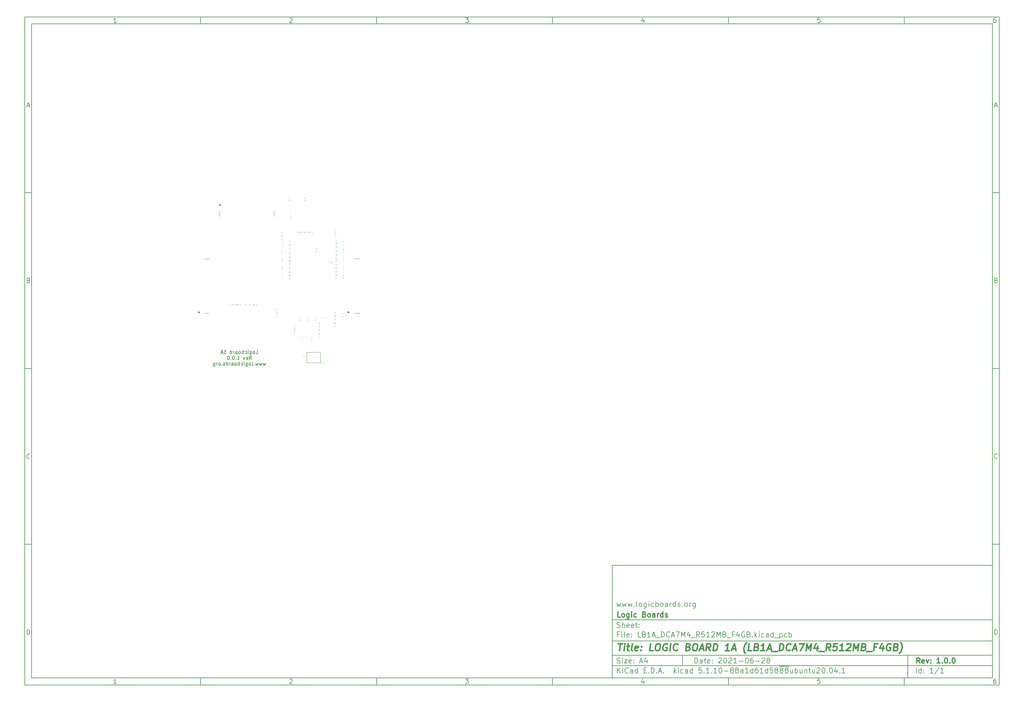
<source format=gbr>
%TF.GenerationSoftware,KiCad,Pcbnew,5.1.10-88a1d61d58~88~ubuntu20.04.1*%
%TF.CreationDate,2021-06-28T11:18:36+05:30*%
%TF.ProjectId,LB1A_DCA7M4_R512MB_F4GB,4c423141-5f44-4434-9137-4d345f523531,1.0.0*%
%TF.SameCoordinates,Original*%
%TF.FileFunction,Legend,Bot*%
%TF.FilePolarity,Positive*%
%FSLAX46Y46*%
G04 Gerber Fmt 4.6, Leading zero omitted, Abs format (unit mm)*
G04 Created by KiCad (PCBNEW 5.1.10-88a1d61d58~88~ubuntu20.04.1) date 2021-06-28 11:18:36*
%MOMM*%
%LPD*%
G01*
G04 APERTURE LIST*
%ADD10C,0.100000*%
%ADD11C,0.150000*%
%ADD12C,0.300000*%
%ADD13C,0.400000*%
%ADD14C,0.304800*%
%ADD15C,0.120000*%
G04 APERTURE END LIST*
D10*
D11*
X177002200Y-166007200D02*
X177002200Y-198007200D01*
X285002200Y-198007200D01*
X285002200Y-166007200D01*
X177002200Y-166007200D01*
D10*
D11*
X10000000Y-10000000D02*
X10000000Y-200007200D01*
X287002200Y-200007200D01*
X287002200Y-10000000D01*
X10000000Y-10000000D01*
D10*
D11*
X12000000Y-12000000D02*
X12000000Y-198007200D01*
X285002200Y-198007200D01*
X285002200Y-12000000D01*
X12000000Y-12000000D01*
D10*
D11*
X60000000Y-12000000D02*
X60000000Y-10000000D01*
D10*
D11*
X110000000Y-12000000D02*
X110000000Y-10000000D01*
D10*
D11*
X160000000Y-12000000D02*
X160000000Y-10000000D01*
D10*
D11*
X210000000Y-12000000D02*
X210000000Y-10000000D01*
D10*
D11*
X260000000Y-12000000D02*
X260000000Y-10000000D01*
D10*
D11*
X36065476Y-11588095D02*
X35322619Y-11588095D01*
X35694047Y-11588095D02*
X35694047Y-10288095D01*
X35570238Y-10473809D01*
X35446428Y-10597619D01*
X35322619Y-10659523D01*
D10*
D11*
X85322619Y-10411904D02*
X85384523Y-10350000D01*
X85508333Y-10288095D01*
X85817857Y-10288095D01*
X85941666Y-10350000D01*
X86003571Y-10411904D01*
X86065476Y-10535714D01*
X86065476Y-10659523D01*
X86003571Y-10845238D01*
X85260714Y-11588095D01*
X86065476Y-11588095D01*
D10*
D11*
X135260714Y-10288095D02*
X136065476Y-10288095D01*
X135632142Y-10783333D01*
X135817857Y-10783333D01*
X135941666Y-10845238D01*
X136003571Y-10907142D01*
X136065476Y-11030952D01*
X136065476Y-11340476D01*
X136003571Y-11464285D01*
X135941666Y-11526190D01*
X135817857Y-11588095D01*
X135446428Y-11588095D01*
X135322619Y-11526190D01*
X135260714Y-11464285D01*
D10*
D11*
X185941666Y-10721428D02*
X185941666Y-11588095D01*
X185632142Y-10226190D02*
X185322619Y-11154761D01*
X186127380Y-11154761D01*
D10*
D11*
X236003571Y-10288095D02*
X235384523Y-10288095D01*
X235322619Y-10907142D01*
X235384523Y-10845238D01*
X235508333Y-10783333D01*
X235817857Y-10783333D01*
X235941666Y-10845238D01*
X236003571Y-10907142D01*
X236065476Y-11030952D01*
X236065476Y-11340476D01*
X236003571Y-11464285D01*
X235941666Y-11526190D01*
X235817857Y-11588095D01*
X235508333Y-11588095D01*
X235384523Y-11526190D01*
X235322619Y-11464285D01*
D10*
D11*
X285941666Y-10288095D02*
X285694047Y-10288095D01*
X285570238Y-10350000D01*
X285508333Y-10411904D01*
X285384523Y-10597619D01*
X285322619Y-10845238D01*
X285322619Y-11340476D01*
X285384523Y-11464285D01*
X285446428Y-11526190D01*
X285570238Y-11588095D01*
X285817857Y-11588095D01*
X285941666Y-11526190D01*
X286003571Y-11464285D01*
X286065476Y-11340476D01*
X286065476Y-11030952D01*
X286003571Y-10907142D01*
X285941666Y-10845238D01*
X285817857Y-10783333D01*
X285570238Y-10783333D01*
X285446428Y-10845238D01*
X285384523Y-10907142D01*
X285322619Y-11030952D01*
D10*
D11*
X60000000Y-198007200D02*
X60000000Y-200007200D01*
D10*
D11*
X110000000Y-198007200D02*
X110000000Y-200007200D01*
D10*
D11*
X160000000Y-198007200D02*
X160000000Y-200007200D01*
D10*
D11*
X210000000Y-198007200D02*
X210000000Y-200007200D01*
D10*
D11*
X260000000Y-198007200D02*
X260000000Y-200007200D01*
D10*
D11*
X36065476Y-199595295D02*
X35322619Y-199595295D01*
X35694047Y-199595295D02*
X35694047Y-198295295D01*
X35570238Y-198481009D01*
X35446428Y-198604819D01*
X35322619Y-198666723D01*
D10*
D11*
X85322619Y-198419104D02*
X85384523Y-198357200D01*
X85508333Y-198295295D01*
X85817857Y-198295295D01*
X85941666Y-198357200D01*
X86003571Y-198419104D01*
X86065476Y-198542914D01*
X86065476Y-198666723D01*
X86003571Y-198852438D01*
X85260714Y-199595295D01*
X86065476Y-199595295D01*
D10*
D11*
X135260714Y-198295295D02*
X136065476Y-198295295D01*
X135632142Y-198790533D01*
X135817857Y-198790533D01*
X135941666Y-198852438D01*
X136003571Y-198914342D01*
X136065476Y-199038152D01*
X136065476Y-199347676D01*
X136003571Y-199471485D01*
X135941666Y-199533390D01*
X135817857Y-199595295D01*
X135446428Y-199595295D01*
X135322619Y-199533390D01*
X135260714Y-199471485D01*
D10*
D11*
X185941666Y-198728628D02*
X185941666Y-199595295D01*
X185632142Y-198233390D02*
X185322619Y-199161961D01*
X186127380Y-199161961D01*
D10*
D11*
X236003571Y-198295295D02*
X235384523Y-198295295D01*
X235322619Y-198914342D01*
X235384523Y-198852438D01*
X235508333Y-198790533D01*
X235817857Y-198790533D01*
X235941666Y-198852438D01*
X236003571Y-198914342D01*
X236065476Y-199038152D01*
X236065476Y-199347676D01*
X236003571Y-199471485D01*
X235941666Y-199533390D01*
X235817857Y-199595295D01*
X235508333Y-199595295D01*
X235384523Y-199533390D01*
X235322619Y-199471485D01*
D10*
D11*
X285941666Y-198295295D02*
X285694047Y-198295295D01*
X285570238Y-198357200D01*
X285508333Y-198419104D01*
X285384523Y-198604819D01*
X285322619Y-198852438D01*
X285322619Y-199347676D01*
X285384523Y-199471485D01*
X285446428Y-199533390D01*
X285570238Y-199595295D01*
X285817857Y-199595295D01*
X285941666Y-199533390D01*
X286003571Y-199471485D01*
X286065476Y-199347676D01*
X286065476Y-199038152D01*
X286003571Y-198914342D01*
X285941666Y-198852438D01*
X285817857Y-198790533D01*
X285570238Y-198790533D01*
X285446428Y-198852438D01*
X285384523Y-198914342D01*
X285322619Y-199038152D01*
D10*
D11*
X10000000Y-60000000D02*
X12000000Y-60000000D01*
D10*
D11*
X10000000Y-110000000D02*
X12000000Y-110000000D01*
D10*
D11*
X10000000Y-160000000D02*
X12000000Y-160000000D01*
D10*
D11*
X10690476Y-35216666D02*
X11309523Y-35216666D01*
X10566666Y-35588095D02*
X11000000Y-34288095D01*
X11433333Y-35588095D01*
D10*
D11*
X11092857Y-84907142D02*
X11278571Y-84969047D01*
X11340476Y-85030952D01*
X11402380Y-85154761D01*
X11402380Y-85340476D01*
X11340476Y-85464285D01*
X11278571Y-85526190D01*
X11154761Y-85588095D01*
X10659523Y-85588095D01*
X10659523Y-84288095D01*
X11092857Y-84288095D01*
X11216666Y-84350000D01*
X11278571Y-84411904D01*
X11340476Y-84535714D01*
X11340476Y-84659523D01*
X11278571Y-84783333D01*
X11216666Y-84845238D01*
X11092857Y-84907142D01*
X10659523Y-84907142D01*
D10*
D11*
X11402380Y-135464285D02*
X11340476Y-135526190D01*
X11154761Y-135588095D01*
X11030952Y-135588095D01*
X10845238Y-135526190D01*
X10721428Y-135402380D01*
X10659523Y-135278571D01*
X10597619Y-135030952D01*
X10597619Y-134845238D01*
X10659523Y-134597619D01*
X10721428Y-134473809D01*
X10845238Y-134350000D01*
X11030952Y-134288095D01*
X11154761Y-134288095D01*
X11340476Y-134350000D01*
X11402380Y-134411904D01*
D10*
D11*
X10659523Y-185588095D02*
X10659523Y-184288095D01*
X10969047Y-184288095D01*
X11154761Y-184350000D01*
X11278571Y-184473809D01*
X11340476Y-184597619D01*
X11402380Y-184845238D01*
X11402380Y-185030952D01*
X11340476Y-185278571D01*
X11278571Y-185402380D01*
X11154761Y-185526190D01*
X10969047Y-185588095D01*
X10659523Y-185588095D01*
D10*
D11*
X287002200Y-60000000D02*
X285002200Y-60000000D01*
D10*
D11*
X287002200Y-110000000D02*
X285002200Y-110000000D01*
D10*
D11*
X287002200Y-160000000D02*
X285002200Y-160000000D01*
D10*
D11*
X285692676Y-35216666D02*
X286311723Y-35216666D01*
X285568866Y-35588095D02*
X286002200Y-34288095D01*
X286435533Y-35588095D01*
D10*
D11*
X286095057Y-84907142D02*
X286280771Y-84969047D01*
X286342676Y-85030952D01*
X286404580Y-85154761D01*
X286404580Y-85340476D01*
X286342676Y-85464285D01*
X286280771Y-85526190D01*
X286156961Y-85588095D01*
X285661723Y-85588095D01*
X285661723Y-84288095D01*
X286095057Y-84288095D01*
X286218866Y-84350000D01*
X286280771Y-84411904D01*
X286342676Y-84535714D01*
X286342676Y-84659523D01*
X286280771Y-84783333D01*
X286218866Y-84845238D01*
X286095057Y-84907142D01*
X285661723Y-84907142D01*
D10*
D11*
X286404580Y-135464285D02*
X286342676Y-135526190D01*
X286156961Y-135588095D01*
X286033152Y-135588095D01*
X285847438Y-135526190D01*
X285723628Y-135402380D01*
X285661723Y-135278571D01*
X285599819Y-135030952D01*
X285599819Y-134845238D01*
X285661723Y-134597619D01*
X285723628Y-134473809D01*
X285847438Y-134350000D01*
X286033152Y-134288095D01*
X286156961Y-134288095D01*
X286342676Y-134350000D01*
X286404580Y-134411904D01*
D10*
D11*
X285661723Y-185588095D02*
X285661723Y-184288095D01*
X285971247Y-184288095D01*
X286156961Y-184350000D01*
X286280771Y-184473809D01*
X286342676Y-184597619D01*
X286404580Y-184845238D01*
X286404580Y-185030952D01*
X286342676Y-185278571D01*
X286280771Y-185402380D01*
X286156961Y-185526190D01*
X285971247Y-185588095D01*
X285661723Y-185588095D01*
D10*
D11*
X200434342Y-193785771D02*
X200434342Y-192285771D01*
X200791485Y-192285771D01*
X201005771Y-192357200D01*
X201148628Y-192500057D01*
X201220057Y-192642914D01*
X201291485Y-192928628D01*
X201291485Y-193142914D01*
X201220057Y-193428628D01*
X201148628Y-193571485D01*
X201005771Y-193714342D01*
X200791485Y-193785771D01*
X200434342Y-193785771D01*
X202577200Y-193785771D02*
X202577200Y-193000057D01*
X202505771Y-192857200D01*
X202362914Y-192785771D01*
X202077200Y-192785771D01*
X201934342Y-192857200D01*
X202577200Y-193714342D02*
X202434342Y-193785771D01*
X202077200Y-193785771D01*
X201934342Y-193714342D01*
X201862914Y-193571485D01*
X201862914Y-193428628D01*
X201934342Y-193285771D01*
X202077200Y-193214342D01*
X202434342Y-193214342D01*
X202577200Y-193142914D01*
X203077200Y-192785771D02*
X203648628Y-192785771D01*
X203291485Y-192285771D02*
X203291485Y-193571485D01*
X203362914Y-193714342D01*
X203505771Y-193785771D01*
X203648628Y-193785771D01*
X204720057Y-193714342D02*
X204577200Y-193785771D01*
X204291485Y-193785771D01*
X204148628Y-193714342D01*
X204077200Y-193571485D01*
X204077200Y-193000057D01*
X204148628Y-192857200D01*
X204291485Y-192785771D01*
X204577200Y-192785771D01*
X204720057Y-192857200D01*
X204791485Y-193000057D01*
X204791485Y-193142914D01*
X204077200Y-193285771D01*
X205434342Y-193642914D02*
X205505771Y-193714342D01*
X205434342Y-193785771D01*
X205362914Y-193714342D01*
X205434342Y-193642914D01*
X205434342Y-193785771D01*
X205434342Y-192857200D02*
X205505771Y-192928628D01*
X205434342Y-193000057D01*
X205362914Y-192928628D01*
X205434342Y-192857200D01*
X205434342Y-193000057D01*
X207220057Y-192428628D02*
X207291485Y-192357200D01*
X207434342Y-192285771D01*
X207791485Y-192285771D01*
X207934342Y-192357200D01*
X208005771Y-192428628D01*
X208077200Y-192571485D01*
X208077200Y-192714342D01*
X208005771Y-192928628D01*
X207148628Y-193785771D01*
X208077200Y-193785771D01*
X209005771Y-192285771D02*
X209148628Y-192285771D01*
X209291485Y-192357200D01*
X209362914Y-192428628D01*
X209434342Y-192571485D01*
X209505771Y-192857200D01*
X209505771Y-193214342D01*
X209434342Y-193500057D01*
X209362914Y-193642914D01*
X209291485Y-193714342D01*
X209148628Y-193785771D01*
X209005771Y-193785771D01*
X208862914Y-193714342D01*
X208791485Y-193642914D01*
X208720057Y-193500057D01*
X208648628Y-193214342D01*
X208648628Y-192857200D01*
X208720057Y-192571485D01*
X208791485Y-192428628D01*
X208862914Y-192357200D01*
X209005771Y-192285771D01*
X210077200Y-192428628D02*
X210148628Y-192357200D01*
X210291485Y-192285771D01*
X210648628Y-192285771D01*
X210791485Y-192357200D01*
X210862914Y-192428628D01*
X210934342Y-192571485D01*
X210934342Y-192714342D01*
X210862914Y-192928628D01*
X210005771Y-193785771D01*
X210934342Y-193785771D01*
X212362914Y-193785771D02*
X211505771Y-193785771D01*
X211934342Y-193785771D02*
X211934342Y-192285771D01*
X211791485Y-192500057D01*
X211648628Y-192642914D01*
X211505771Y-192714342D01*
X213005771Y-193214342D02*
X214148628Y-193214342D01*
X215148628Y-192285771D02*
X215291485Y-192285771D01*
X215434342Y-192357200D01*
X215505771Y-192428628D01*
X215577200Y-192571485D01*
X215648628Y-192857200D01*
X215648628Y-193214342D01*
X215577200Y-193500057D01*
X215505771Y-193642914D01*
X215434342Y-193714342D01*
X215291485Y-193785771D01*
X215148628Y-193785771D01*
X215005771Y-193714342D01*
X214934342Y-193642914D01*
X214862914Y-193500057D01*
X214791485Y-193214342D01*
X214791485Y-192857200D01*
X214862914Y-192571485D01*
X214934342Y-192428628D01*
X215005771Y-192357200D01*
X215148628Y-192285771D01*
X216934342Y-192285771D02*
X216648628Y-192285771D01*
X216505771Y-192357200D01*
X216434342Y-192428628D01*
X216291485Y-192642914D01*
X216220057Y-192928628D01*
X216220057Y-193500057D01*
X216291485Y-193642914D01*
X216362914Y-193714342D01*
X216505771Y-193785771D01*
X216791485Y-193785771D01*
X216934342Y-193714342D01*
X217005771Y-193642914D01*
X217077200Y-193500057D01*
X217077200Y-193142914D01*
X217005771Y-193000057D01*
X216934342Y-192928628D01*
X216791485Y-192857200D01*
X216505771Y-192857200D01*
X216362914Y-192928628D01*
X216291485Y-193000057D01*
X216220057Y-193142914D01*
X217720057Y-193214342D02*
X218862914Y-193214342D01*
X219505771Y-192428628D02*
X219577200Y-192357200D01*
X219720057Y-192285771D01*
X220077200Y-192285771D01*
X220220057Y-192357200D01*
X220291485Y-192428628D01*
X220362914Y-192571485D01*
X220362914Y-192714342D01*
X220291485Y-192928628D01*
X219434342Y-193785771D01*
X220362914Y-193785771D01*
X221220057Y-192928628D02*
X221077200Y-192857200D01*
X221005771Y-192785771D01*
X220934342Y-192642914D01*
X220934342Y-192571485D01*
X221005771Y-192428628D01*
X221077200Y-192357200D01*
X221220057Y-192285771D01*
X221505771Y-192285771D01*
X221648628Y-192357200D01*
X221720057Y-192428628D01*
X221791485Y-192571485D01*
X221791485Y-192642914D01*
X221720057Y-192785771D01*
X221648628Y-192857200D01*
X221505771Y-192928628D01*
X221220057Y-192928628D01*
X221077200Y-193000057D01*
X221005771Y-193071485D01*
X220934342Y-193214342D01*
X220934342Y-193500057D01*
X221005771Y-193642914D01*
X221077200Y-193714342D01*
X221220057Y-193785771D01*
X221505771Y-193785771D01*
X221648628Y-193714342D01*
X221720057Y-193642914D01*
X221791485Y-193500057D01*
X221791485Y-193214342D01*
X221720057Y-193071485D01*
X221648628Y-193000057D01*
X221505771Y-192928628D01*
D10*
D11*
X177002200Y-194507200D02*
X285002200Y-194507200D01*
D10*
D11*
X178434342Y-196585771D02*
X178434342Y-195085771D01*
X179291485Y-196585771D02*
X178648628Y-195728628D01*
X179291485Y-195085771D02*
X178434342Y-195942914D01*
X179934342Y-196585771D02*
X179934342Y-195585771D01*
X179934342Y-195085771D02*
X179862914Y-195157200D01*
X179934342Y-195228628D01*
X180005771Y-195157200D01*
X179934342Y-195085771D01*
X179934342Y-195228628D01*
X181505771Y-196442914D02*
X181434342Y-196514342D01*
X181220057Y-196585771D01*
X181077200Y-196585771D01*
X180862914Y-196514342D01*
X180720057Y-196371485D01*
X180648628Y-196228628D01*
X180577200Y-195942914D01*
X180577200Y-195728628D01*
X180648628Y-195442914D01*
X180720057Y-195300057D01*
X180862914Y-195157200D01*
X181077200Y-195085771D01*
X181220057Y-195085771D01*
X181434342Y-195157200D01*
X181505771Y-195228628D01*
X182791485Y-196585771D02*
X182791485Y-195800057D01*
X182720057Y-195657200D01*
X182577200Y-195585771D01*
X182291485Y-195585771D01*
X182148628Y-195657200D01*
X182791485Y-196514342D02*
X182648628Y-196585771D01*
X182291485Y-196585771D01*
X182148628Y-196514342D01*
X182077200Y-196371485D01*
X182077200Y-196228628D01*
X182148628Y-196085771D01*
X182291485Y-196014342D01*
X182648628Y-196014342D01*
X182791485Y-195942914D01*
X184148628Y-196585771D02*
X184148628Y-195085771D01*
X184148628Y-196514342D02*
X184005771Y-196585771D01*
X183720057Y-196585771D01*
X183577200Y-196514342D01*
X183505771Y-196442914D01*
X183434342Y-196300057D01*
X183434342Y-195871485D01*
X183505771Y-195728628D01*
X183577200Y-195657200D01*
X183720057Y-195585771D01*
X184005771Y-195585771D01*
X184148628Y-195657200D01*
X186005771Y-195800057D02*
X186505771Y-195800057D01*
X186720057Y-196585771D02*
X186005771Y-196585771D01*
X186005771Y-195085771D01*
X186720057Y-195085771D01*
X187362914Y-196442914D02*
X187434342Y-196514342D01*
X187362914Y-196585771D01*
X187291485Y-196514342D01*
X187362914Y-196442914D01*
X187362914Y-196585771D01*
X188077200Y-196585771D02*
X188077200Y-195085771D01*
X188434342Y-195085771D01*
X188648628Y-195157200D01*
X188791485Y-195300057D01*
X188862914Y-195442914D01*
X188934342Y-195728628D01*
X188934342Y-195942914D01*
X188862914Y-196228628D01*
X188791485Y-196371485D01*
X188648628Y-196514342D01*
X188434342Y-196585771D01*
X188077200Y-196585771D01*
X189577200Y-196442914D02*
X189648628Y-196514342D01*
X189577200Y-196585771D01*
X189505771Y-196514342D01*
X189577200Y-196442914D01*
X189577200Y-196585771D01*
X190220057Y-196157200D02*
X190934342Y-196157200D01*
X190077200Y-196585771D02*
X190577200Y-195085771D01*
X191077200Y-196585771D01*
X191577200Y-196442914D02*
X191648628Y-196514342D01*
X191577200Y-196585771D01*
X191505771Y-196514342D01*
X191577200Y-196442914D01*
X191577200Y-196585771D01*
X194577200Y-196585771D02*
X194577200Y-195085771D01*
X194720057Y-196014342D02*
X195148628Y-196585771D01*
X195148628Y-195585771D02*
X194577200Y-196157200D01*
X195791485Y-196585771D02*
X195791485Y-195585771D01*
X195791485Y-195085771D02*
X195720057Y-195157200D01*
X195791485Y-195228628D01*
X195862914Y-195157200D01*
X195791485Y-195085771D01*
X195791485Y-195228628D01*
X197148628Y-196514342D02*
X197005771Y-196585771D01*
X196720057Y-196585771D01*
X196577200Y-196514342D01*
X196505771Y-196442914D01*
X196434342Y-196300057D01*
X196434342Y-195871485D01*
X196505771Y-195728628D01*
X196577200Y-195657200D01*
X196720057Y-195585771D01*
X197005771Y-195585771D01*
X197148628Y-195657200D01*
X198434342Y-196585771D02*
X198434342Y-195800057D01*
X198362914Y-195657200D01*
X198220057Y-195585771D01*
X197934342Y-195585771D01*
X197791485Y-195657200D01*
X198434342Y-196514342D02*
X198291485Y-196585771D01*
X197934342Y-196585771D01*
X197791485Y-196514342D01*
X197720057Y-196371485D01*
X197720057Y-196228628D01*
X197791485Y-196085771D01*
X197934342Y-196014342D01*
X198291485Y-196014342D01*
X198434342Y-195942914D01*
X199791485Y-196585771D02*
X199791485Y-195085771D01*
X199791485Y-196514342D02*
X199648628Y-196585771D01*
X199362914Y-196585771D01*
X199220057Y-196514342D01*
X199148628Y-196442914D01*
X199077200Y-196300057D01*
X199077200Y-195871485D01*
X199148628Y-195728628D01*
X199220057Y-195657200D01*
X199362914Y-195585771D01*
X199648628Y-195585771D01*
X199791485Y-195657200D01*
X202362914Y-195085771D02*
X201648628Y-195085771D01*
X201577200Y-195800057D01*
X201648628Y-195728628D01*
X201791485Y-195657200D01*
X202148628Y-195657200D01*
X202291485Y-195728628D01*
X202362914Y-195800057D01*
X202434342Y-195942914D01*
X202434342Y-196300057D01*
X202362914Y-196442914D01*
X202291485Y-196514342D01*
X202148628Y-196585771D01*
X201791485Y-196585771D01*
X201648628Y-196514342D01*
X201577200Y-196442914D01*
X203077200Y-196442914D02*
X203148628Y-196514342D01*
X203077200Y-196585771D01*
X203005771Y-196514342D01*
X203077200Y-196442914D01*
X203077200Y-196585771D01*
X204577200Y-196585771D02*
X203720057Y-196585771D01*
X204148628Y-196585771D02*
X204148628Y-195085771D01*
X204005771Y-195300057D01*
X203862914Y-195442914D01*
X203720057Y-195514342D01*
X205220057Y-196442914D02*
X205291485Y-196514342D01*
X205220057Y-196585771D01*
X205148628Y-196514342D01*
X205220057Y-196442914D01*
X205220057Y-196585771D01*
X206720057Y-196585771D02*
X205862914Y-196585771D01*
X206291485Y-196585771D02*
X206291485Y-195085771D01*
X206148628Y-195300057D01*
X206005771Y-195442914D01*
X205862914Y-195514342D01*
X207648628Y-195085771D02*
X207791485Y-195085771D01*
X207934342Y-195157200D01*
X208005771Y-195228628D01*
X208077200Y-195371485D01*
X208148628Y-195657200D01*
X208148628Y-196014342D01*
X208077200Y-196300057D01*
X208005771Y-196442914D01*
X207934342Y-196514342D01*
X207791485Y-196585771D01*
X207648628Y-196585771D01*
X207505771Y-196514342D01*
X207434342Y-196442914D01*
X207362914Y-196300057D01*
X207291485Y-196014342D01*
X207291485Y-195657200D01*
X207362914Y-195371485D01*
X207434342Y-195228628D01*
X207505771Y-195157200D01*
X207648628Y-195085771D01*
X208791485Y-196014342D02*
X209934342Y-196014342D01*
X210862914Y-195728628D02*
X210720057Y-195657200D01*
X210648628Y-195585771D01*
X210577200Y-195442914D01*
X210577200Y-195371485D01*
X210648628Y-195228628D01*
X210720057Y-195157200D01*
X210862914Y-195085771D01*
X211148628Y-195085771D01*
X211291485Y-195157200D01*
X211362914Y-195228628D01*
X211434342Y-195371485D01*
X211434342Y-195442914D01*
X211362914Y-195585771D01*
X211291485Y-195657200D01*
X211148628Y-195728628D01*
X210862914Y-195728628D01*
X210720057Y-195800057D01*
X210648628Y-195871485D01*
X210577200Y-196014342D01*
X210577200Y-196300057D01*
X210648628Y-196442914D01*
X210720057Y-196514342D01*
X210862914Y-196585771D01*
X211148628Y-196585771D01*
X211291485Y-196514342D01*
X211362914Y-196442914D01*
X211434342Y-196300057D01*
X211434342Y-196014342D01*
X211362914Y-195871485D01*
X211291485Y-195800057D01*
X211148628Y-195728628D01*
X212291485Y-195728628D02*
X212148628Y-195657200D01*
X212077200Y-195585771D01*
X212005771Y-195442914D01*
X212005771Y-195371485D01*
X212077200Y-195228628D01*
X212148628Y-195157200D01*
X212291485Y-195085771D01*
X212577200Y-195085771D01*
X212720057Y-195157200D01*
X212791485Y-195228628D01*
X212862914Y-195371485D01*
X212862914Y-195442914D01*
X212791485Y-195585771D01*
X212720057Y-195657200D01*
X212577200Y-195728628D01*
X212291485Y-195728628D01*
X212148628Y-195800057D01*
X212077200Y-195871485D01*
X212005771Y-196014342D01*
X212005771Y-196300057D01*
X212077200Y-196442914D01*
X212148628Y-196514342D01*
X212291485Y-196585771D01*
X212577200Y-196585771D01*
X212720057Y-196514342D01*
X212791485Y-196442914D01*
X212862914Y-196300057D01*
X212862914Y-196014342D01*
X212791485Y-195871485D01*
X212720057Y-195800057D01*
X212577200Y-195728628D01*
X214148628Y-196585771D02*
X214148628Y-195800057D01*
X214077200Y-195657200D01*
X213934342Y-195585771D01*
X213648628Y-195585771D01*
X213505771Y-195657200D01*
X214148628Y-196514342D02*
X214005771Y-196585771D01*
X213648628Y-196585771D01*
X213505771Y-196514342D01*
X213434342Y-196371485D01*
X213434342Y-196228628D01*
X213505771Y-196085771D01*
X213648628Y-196014342D01*
X214005771Y-196014342D01*
X214148628Y-195942914D01*
X215648628Y-196585771D02*
X214791485Y-196585771D01*
X215220057Y-196585771D02*
X215220057Y-195085771D01*
X215077200Y-195300057D01*
X214934342Y-195442914D01*
X214791485Y-195514342D01*
X216934342Y-196585771D02*
X216934342Y-195085771D01*
X216934342Y-196514342D02*
X216791485Y-196585771D01*
X216505771Y-196585771D01*
X216362914Y-196514342D01*
X216291485Y-196442914D01*
X216220057Y-196300057D01*
X216220057Y-195871485D01*
X216291485Y-195728628D01*
X216362914Y-195657200D01*
X216505771Y-195585771D01*
X216791485Y-195585771D01*
X216934342Y-195657200D01*
X218291485Y-195085771D02*
X218005771Y-195085771D01*
X217862914Y-195157200D01*
X217791485Y-195228628D01*
X217648628Y-195442914D01*
X217577200Y-195728628D01*
X217577200Y-196300057D01*
X217648628Y-196442914D01*
X217720057Y-196514342D01*
X217862914Y-196585771D01*
X218148628Y-196585771D01*
X218291485Y-196514342D01*
X218362914Y-196442914D01*
X218434342Y-196300057D01*
X218434342Y-195942914D01*
X218362914Y-195800057D01*
X218291485Y-195728628D01*
X218148628Y-195657200D01*
X217862914Y-195657200D01*
X217720057Y-195728628D01*
X217648628Y-195800057D01*
X217577200Y-195942914D01*
X219862914Y-196585771D02*
X219005771Y-196585771D01*
X219434342Y-196585771D02*
X219434342Y-195085771D01*
X219291485Y-195300057D01*
X219148628Y-195442914D01*
X219005771Y-195514342D01*
X221148628Y-196585771D02*
X221148628Y-195085771D01*
X221148628Y-196514342D02*
X221005771Y-196585771D01*
X220720057Y-196585771D01*
X220577200Y-196514342D01*
X220505771Y-196442914D01*
X220434342Y-196300057D01*
X220434342Y-195871485D01*
X220505771Y-195728628D01*
X220577200Y-195657200D01*
X220720057Y-195585771D01*
X221005771Y-195585771D01*
X221148628Y-195657200D01*
X222577200Y-195085771D02*
X221862914Y-195085771D01*
X221791485Y-195800057D01*
X221862914Y-195728628D01*
X222005771Y-195657200D01*
X222362914Y-195657200D01*
X222505771Y-195728628D01*
X222577200Y-195800057D01*
X222648628Y-195942914D01*
X222648628Y-196300057D01*
X222577200Y-196442914D01*
X222505771Y-196514342D01*
X222362914Y-196585771D01*
X222005771Y-196585771D01*
X221862914Y-196514342D01*
X221791485Y-196442914D01*
X223505771Y-195728628D02*
X223362914Y-195657200D01*
X223291485Y-195585771D01*
X223220057Y-195442914D01*
X223220057Y-195371485D01*
X223291485Y-195228628D01*
X223362914Y-195157200D01*
X223505771Y-195085771D01*
X223791485Y-195085771D01*
X223934342Y-195157200D01*
X224005771Y-195228628D01*
X224077200Y-195371485D01*
X224077200Y-195442914D01*
X224005771Y-195585771D01*
X223934342Y-195657200D01*
X223791485Y-195728628D01*
X223505771Y-195728628D01*
X223362914Y-195800057D01*
X223291485Y-195871485D01*
X223220057Y-196014342D01*
X223220057Y-196300057D01*
X223291485Y-196442914D01*
X223362914Y-196514342D01*
X223505771Y-196585771D01*
X223791485Y-196585771D01*
X223934342Y-196514342D01*
X224005771Y-196442914D01*
X224077200Y-196300057D01*
X224077200Y-196014342D01*
X224005771Y-195871485D01*
X223934342Y-195800057D01*
X223791485Y-195728628D01*
X224362914Y-194677200D02*
X225791485Y-194677200D01*
X224934342Y-195728628D02*
X224791485Y-195657200D01*
X224720057Y-195585771D01*
X224648628Y-195442914D01*
X224648628Y-195371485D01*
X224720057Y-195228628D01*
X224791485Y-195157200D01*
X224934342Y-195085771D01*
X225220057Y-195085771D01*
X225362914Y-195157200D01*
X225434342Y-195228628D01*
X225505771Y-195371485D01*
X225505771Y-195442914D01*
X225434342Y-195585771D01*
X225362914Y-195657200D01*
X225220057Y-195728628D01*
X224934342Y-195728628D01*
X224791485Y-195800057D01*
X224720057Y-195871485D01*
X224648628Y-196014342D01*
X224648628Y-196300057D01*
X224720057Y-196442914D01*
X224791485Y-196514342D01*
X224934342Y-196585771D01*
X225220057Y-196585771D01*
X225362914Y-196514342D01*
X225434342Y-196442914D01*
X225505771Y-196300057D01*
X225505771Y-196014342D01*
X225434342Y-195871485D01*
X225362914Y-195800057D01*
X225220057Y-195728628D01*
X225791485Y-194677200D02*
X227220057Y-194677200D01*
X226362914Y-195728628D02*
X226220057Y-195657200D01*
X226148628Y-195585771D01*
X226077199Y-195442914D01*
X226077199Y-195371485D01*
X226148628Y-195228628D01*
X226220057Y-195157200D01*
X226362914Y-195085771D01*
X226648628Y-195085771D01*
X226791485Y-195157200D01*
X226862914Y-195228628D01*
X226934342Y-195371485D01*
X226934342Y-195442914D01*
X226862914Y-195585771D01*
X226791485Y-195657200D01*
X226648628Y-195728628D01*
X226362914Y-195728628D01*
X226220057Y-195800057D01*
X226148628Y-195871485D01*
X226077199Y-196014342D01*
X226077199Y-196300057D01*
X226148628Y-196442914D01*
X226220057Y-196514342D01*
X226362914Y-196585771D01*
X226648628Y-196585771D01*
X226791485Y-196514342D01*
X226862914Y-196442914D01*
X226934342Y-196300057D01*
X226934342Y-196014342D01*
X226862914Y-195871485D01*
X226791485Y-195800057D01*
X226648628Y-195728628D01*
X228220057Y-195585771D02*
X228220057Y-196585771D01*
X227577199Y-195585771D02*
X227577199Y-196371485D01*
X227648628Y-196514342D01*
X227791485Y-196585771D01*
X228005771Y-196585771D01*
X228148628Y-196514342D01*
X228220057Y-196442914D01*
X228934342Y-196585771D02*
X228934342Y-195085771D01*
X228934342Y-195657200D02*
X229077199Y-195585771D01*
X229362914Y-195585771D01*
X229505771Y-195657200D01*
X229577199Y-195728628D01*
X229648628Y-195871485D01*
X229648628Y-196300057D01*
X229577199Y-196442914D01*
X229505771Y-196514342D01*
X229362914Y-196585771D01*
X229077199Y-196585771D01*
X228934342Y-196514342D01*
X230934342Y-195585771D02*
X230934342Y-196585771D01*
X230291485Y-195585771D02*
X230291485Y-196371485D01*
X230362914Y-196514342D01*
X230505771Y-196585771D01*
X230720057Y-196585771D01*
X230862914Y-196514342D01*
X230934342Y-196442914D01*
X231648628Y-195585771D02*
X231648628Y-196585771D01*
X231648628Y-195728628D02*
X231720057Y-195657200D01*
X231862914Y-195585771D01*
X232077199Y-195585771D01*
X232220057Y-195657200D01*
X232291485Y-195800057D01*
X232291485Y-196585771D01*
X232791485Y-195585771D02*
X233362914Y-195585771D01*
X233005771Y-195085771D02*
X233005771Y-196371485D01*
X233077199Y-196514342D01*
X233220057Y-196585771D01*
X233362914Y-196585771D01*
X234505771Y-195585771D02*
X234505771Y-196585771D01*
X233862914Y-195585771D02*
X233862914Y-196371485D01*
X233934342Y-196514342D01*
X234077200Y-196585771D01*
X234291485Y-196585771D01*
X234434342Y-196514342D01*
X234505771Y-196442914D01*
X235148628Y-195228628D02*
X235220057Y-195157200D01*
X235362914Y-195085771D01*
X235720057Y-195085771D01*
X235862914Y-195157200D01*
X235934342Y-195228628D01*
X236005771Y-195371485D01*
X236005771Y-195514342D01*
X235934342Y-195728628D01*
X235077200Y-196585771D01*
X236005771Y-196585771D01*
X236934342Y-195085771D02*
X237077199Y-195085771D01*
X237220057Y-195157200D01*
X237291485Y-195228628D01*
X237362914Y-195371485D01*
X237434342Y-195657200D01*
X237434342Y-196014342D01*
X237362914Y-196300057D01*
X237291485Y-196442914D01*
X237220057Y-196514342D01*
X237077199Y-196585771D01*
X236934342Y-196585771D01*
X236791485Y-196514342D01*
X236720057Y-196442914D01*
X236648628Y-196300057D01*
X236577199Y-196014342D01*
X236577199Y-195657200D01*
X236648628Y-195371485D01*
X236720057Y-195228628D01*
X236791485Y-195157200D01*
X236934342Y-195085771D01*
X238077199Y-196442914D02*
X238148628Y-196514342D01*
X238077199Y-196585771D01*
X238005771Y-196514342D01*
X238077199Y-196442914D01*
X238077199Y-196585771D01*
X239077199Y-195085771D02*
X239220057Y-195085771D01*
X239362914Y-195157200D01*
X239434342Y-195228628D01*
X239505771Y-195371485D01*
X239577199Y-195657200D01*
X239577199Y-196014342D01*
X239505771Y-196300057D01*
X239434342Y-196442914D01*
X239362914Y-196514342D01*
X239220057Y-196585771D01*
X239077199Y-196585771D01*
X238934342Y-196514342D01*
X238862914Y-196442914D01*
X238791485Y-196300057D01*
X238720057Y-196014342D01*
X238720057Y-195657200D01*
X238791485Y-195371485D01*
X238862914Y-195228628D01*
X238934342Y-195157200D01*
X239077199Y-195085771D01*
X240862914Y-195585771D02*
X240862914Y-196585771D01*
X240505771Y-195014342D02*
X240148628Y-196085771D01*
X241077199Y-196085771D01*
X241648628Y-196442914D02*
X241720057Y-196514342D01*
X241648628Y-196585771D01*
X241577199Y-196514342D01*
X241648628Y-196442914D01*
X241648628Y-196585771D01*
X243148628Y-196585771D02*
X242291485Y-196585771D01*
X242720057Y-196585771D02*
X242720057Y-195085771D01*
X242577199Y-195300057D01*
X242434342Y-195442914D01*
X242291485Y-195514342D01*
D10*
D11*
X177002200Y-191507200D02*
X285002200Y-191507200D01*
D10*
D12*
X264411485Y-193785771D02*
X263911485Y-193071485D01*
X263554342Y-193785771D02*
X263554342Y-192285771D01*
X264125771Y-192285771D01*
X264268628Y-192357200D01*
X264340057Y-192428628D01*
X264411485Y-192571485D01*
X264411485Y-192785771D01*
X264340057Y-192928628D01*
X264268628Y-193000057D01*
X264125771Y-193071485D01*
X263554342Y-193071485D01*
X265625771Y-193714342D02*
X265482914Y-193785771D01*
X265197200Y-193785771D01*
X265054342Y-193714342D01*
X264982914Y-193571485D01*
X264982914Y-193000057D01*
X265054342Y-192857200D01*
X265197200Y-192785771D01*
X265482914Y-192785771D01*
X265625771Y-192857200D01*
X265697200Y-193000057D01*
X265697200Y-193142914D01*
X264982914Y-193285771D01*
X266197200Y-192785771D02*
X266554342Y-193785771D01*
X266911485Y-192785771D01*
X267482914Y-193642914D02*
X267554342Y-193714342D01*
X267482914Y-193785771D01*
X267411485Y-193714342D01*
X267482914Y-193642914D01*
X267482914Y-193785771D01*
X267482914Y-192857200D02*
X267554342Y-192928628D01*
X267482914Y-193000057D01*
X267411485Y-192928628D01*
X267482914Y-192857200D01*
X267482914Y-193000057D01*
X270125771Y-193785771D02*
X269268628Y-193785771D01*
X269697200Y-193785771D02*
X269697200Y-192285771D01*
X269554342Y-192500057D01*
X269411485Y-192642914D01*
X269268628Y-192714342D01*
X270768628Y-193642914D02*
X270840057Y-193714342D01*
X270768628Y-193785771D01*
X270697200Y-193714342D01*
X270768628Y-193642914D01*
X270768628Y-193785771D01*
X271768628Y-192285771D02*
X271911485Y-192285771D01*
X272054342Y-192357200D01*
X272125771Y-192428628D01*
X272197200Y-192571485D01*
X272268628Y-192857200D01*
X272268628Y-193214342D01*
X272197200Y-193500057D01*
X272125771Y-193642914D01*
X272054342Y-193714342D01*
X271911485Y-193785771D01*
X271768628Y-193785771D01*
X271625771Y-193714342D01*
X271554342Y-193642914D01*
X271482914Y-193500057D01*
X271411485Y-193214342D01*
X271411485Y-192857200D01*
X271482914Y-192571485D01*
X271554342Y-192428628D01*
X271625771Y-192357200D01*
X271768628Y-192285771D01*
X272911485Y-193642914D02*
X272982914Y-193714342D01*
X272911485Y-193785771D01*
X272840057Y-193714342D01*
X272911485Y-193642914D01*
X272911485Y-193785771D01*
X273911485Y-192285771D02*
X274054342Y-192285771D01*
X274197200Y-192357200D01*
X274268628Y-192428628D01*
X274340057Y-192571485D01*
X274411485Y-192857200D01*
X274411485Y-193214342D01*
X274340057Y-193500057D01*
X274268628Y-193642914D01*
X274197200Y-193714342D01*
X274054342Y-193785771D01*
X273911485Y-193785771D01*
X273768628Y-193714342D01*
X273697200Y-193642914D01*
X273625771Y-193500057D01*
X273554342Y-193214342D01*
X273554342Y-192857200D01*
X273625771Y-192571485D01*
X273697200Y-192428628D01*
X273768628Y-192357200D01*
X273911485Y-192285771D01*
D10*
D11*
X178362914Y-193714342D02*
X178577200Y-193785771D01*
X178934342Y-193785771D01*
X179077200Y-193714342D01*
X179148628Y-193642914D01*
X179220057Y-193500057D01*
X179220057Y-193357200D01*
X179148628Y-193214342D01*
X179077200Y-193142914D01*
X178934342Y-193071485D01*
X178648628Y-193000057D01*
X178505771Y-192928628D01*
X178434342Y-192857200D01*
X178362914Y-192714342D01*
X178362914Y-192571485D01*
X178434342Y-192428628D01*
X178505771Y-192357200D01*
X178648628Y-192285771D01*
X179005771Y-192285771D01*
X179220057Y-192357200D01*
X179862914Y-193785771D02*
X179862914Y-192785771D01*
X179862914Y-192285771D02*
X179791485Y-192357200D01*
X179862914Y-192428628D01*
X179934342Y-192357200D01*
X179862914Y-192285771D01*
X179862914Y-192428628D01*
X180434342Y-192785771D02*
X181220057Y-192785771D01*
X180434342Y-193785771D01*
X181220057Y-193785771D01*
X182362914Y-193714342D02*
X182220057Y-193785771D01*
X181934342Y-193785771D01*
X181791485Y-193714342D01*
X181720057Y-193571485D01*
X181720057Y-193000057D01*
X181791485Y-192857200D01*
X181934342Y-192785771D01*
X182220057Y-192785771D01*
X182362914Y-192857200D01*
X182434342Y-193000057D01*
X182434342Y-193142914D01*
X181720057Y-193285771D01*
X183077200Y-193642914D02*
X183148628Y-193714342D01*
X183077200Y-193785771D01*
X183005771Y-193714342D01*
X183077200Y-193642914D01*
X183077200Y-193785771D01*
X183077200Y-192857200D02*
X183148628Y-192928628D01*
X183077200Y-193000057D01*
X183005771Y-192928628D01*
X183077200Y-192857200D01*
X183077200Y-193000057D01*
X184862914Y-193357200D02*
X185577200Y-193357200D01*
X184720057Y-193785771D02*
X185220057Y-192285771D01*
X185720057Y-193785771D01*
X186862914Y-192785771D02*
X186862914Y-193785771D01*
X186505771Y-192214342D02*
X186148628Y-193285771D01*
X187077200Y-193285771D01*
D10*
D11*
X263434342Y-196585771D02*
X263434342Y-195085771D01*
X264791485Y-196585771D02*
X264791485Y-195085771D01*
X264791485Y-196514342D02*
X264648628Y-196585771D01*
X264362914Y-196585771D01*
X264220057Y-196514342D01*
X264148628Y-196442914D01*
X264077200Y-196300057D01*
X264077200Y-195871485D01*
X264148628Y-195728628D01*
X264220057Y-195657200D01*
X264362914Y-195585771D01*
X264648628Y-195585771D01*
X264791485Y-195657200D01*
X265505771Y-196442914D02*
X265577200Y-196514342D01*
X265505771Y-196585771D01*
X265434342Y-196514342D01*
X265505771Y-196442914D01*
X265505771Y-196585771D01*
X265505771Y-195657200D02*
X265577200Y-195728628D01*
X265505771Y-195800057D01*
X265434342Y-195728628D01*
X265505771Y-195657200D01*
X265505771Y-195800057D01*
X268148628Y-196585771D02*
X267291485Y-196585771D01*
X267720057Y-196585771D02*
X267720057Y-195085771D01*
X267577200Y-195300057D01*
X267434342Y-195442914D01*
X267291485Y-195514342D01*
X269862914Y-195014342D02*
X268577200Y-196942914D01*
X271148628Y-196585771D02*
X270291485Y-196585771D01*
X270720057Y-196585771D02*
X270720057Y-195085771D01*
X270577200Y-195300057D01*
X270434342Y-195442914D01*
X270291485Y-195514342D01*
D10*
D11*
X177002200Y-187507200D02*
X285002200Y-187507200D01*
D10*
D13*
X178714580Y-188211961D02*
X179857438Y-188211961D01*
X179036009Y-190211961D02*
X179286009Y-188211961D01*
X180274104Y-190211961D02*
X180440771Y-188878628D01*
X180524104Y-188211961D02*
X180416961Y-188307200D01*
X180500295Y-188402438D01*
X180607438Y-188307200D01*
X180524104Y-188211961D01*
X180500295Y-188402438D01*
X181107438Y-188878628D02*
X181869342Y-188878628D01*
X181476485Y-188211961D02*
X181262200Y-189926247D01*
X181333628Y-190116723D01*
X181512200Y-190211961D01*
X181702676Y-190211961D01*
X182655057Y-190211961D02*
X182476485Y-190116723D01*
X182405057Y-189926247D01*
X182619342Y-188211961D01*
X184190771Y-190116723D02*
X183988390Y-190211961D01*
X183607438Y-190211961D01*
X183428866Y-190116723D01*
X183357438Y-189926247D01*
X183452676Y-189164342D01*
X183571723Y-188973866D01*
X183774104Y-188878628D01*
X184155057Y-188878628D01*
X184333628Y-188973866D01*
X184405057Y-189164342D01*
X184381247Y-189354819D01*
X183405057Y-189545295D01*
X185155057Y-190021485D02*
X185238390Y-190116723D01*
X185131247Y-190211961D01*
X185047914Y-190116723D01*
X185155057Y-190021485D01*
X185131247Y-190211961D01*
X185286009Y-188973866D02*
X185369342Y-189069104D01*
X185262200Y-189164342D01*
X185178866Y-189069104D01*
X185286009Y-188973866D01*
X185262200Y-189164342D01*
X188559819Y-190211961D02*
X187607438Y-190211961D01*
X187857438Y-188211961D01*
X189857438Y-188211961D02*
X190238390Y-188211961D01*
X190416961Y-188307200D01*
X190583628Y-188497676D01*
X190631247Y-188878628D01*
X190547914Y-189545295D01*
X190405057Y-189926247D01*
X190190771Y-190116723D01*
X189988390Y-190211961D01*
X189607438Y-190211961D01*
X189428866Y-190116723D01*
X189262200Y-189926247D01*
X189214580Y-189545295D01*
X189297914Y-188878628D01*
X189440771Y-188497676D01*
X189655057Y-188307200D01*
X189857438Y-188211961D01*
X192607438Y-188307200D02*
X192428866Y-188211961D01*
X192143152Y-188211961D01*
X191845533Y-188307200D01*
X191631247Y-188497676D01*
X191512200Y-188688152D01*
X191369342Y-189069104D01*
X191333628Y-189354819D01*
X191381247Y-189735771D01*
X191452676Y-189926247D01*
X191619342Y-190116723D01*
X191893152Y-190211961D01*
X192083628Y-190211961D01*
X192381247Y-190116723D01*
X192488390Y-190021485D01*
X192571723Y-189354819D01*
X192190771Y-189354819D01*
X193321723Y-190211961D02*
X193571723Y-188211961D01*
X195440771Y-190021485D02*
X195333628Y-190116723D01*
X195036009Y-190211961D01*
X194845533Y-190211961D01*
X194571723Y-190116723D01*
X194405057Y-189926247D01*
X194333628Y-189735771D01*
X194286009Y-189354819D01*
X194321723Y-189069104D01*
X194464580Y-188688152D01*
X194583628Y-188497676D01*
X194797914Y-188307200D01*
X195095533Y-188211961D01*
X195286009Y-188211961D01*
X195559819Y-188307200D01*
X195643152Y-188402438D01*
X198595533Y-189164342D02*
X198869342Y-189259580D01*
X198952676Y-189354819D01*
X199024104Y-189545295D01*
X198988390Y-189831009D01*
X198869342Y-190021485D01*
X198762200Y-190116723D01*
X198559819Y-190211961D01*
X197797914Y-190211961D01*
X198047914Y-188211961D01*
X198714580Y-188211961D01*
X198893152Y-188307200D01*
X198976485Y-188402438D01*
X199047914Y-188592914D01*
X199024104Y-188783390D01*
X198905057Y-188973866D01*
X198797914Y-189069104D01*
X198595533Y-189164342D01*
X197928866Y-189164342D01*
X200428866Y-188211961D02*
X200809819Y-188211961D01*
X200988390Y-188307200D01*
X201155057Y-188497676D01*
X201202676Y-188878628D01*
X201119342Y-189545295D01*
X200976485Y-189926247D01*
X200762200Y-190116723D01*
X200559819Y-190211961D01*
X200178866Y-190211961D01*
X200000295Y-190116723D01*
X199833628Y-189926247D01*
X199786009Y-189545295D01*
X199869342Y-188878628D01*
X200012200Y-188497676D01*
X200226485Y-188307200D01*
X200428866Y-188211961D01*
X201869342Y-189640533D02*
X202821723Y-189640533D01*
X201607438Y-190211961D02*
X202524104Y-188211961D01*
X202940771Y-190211961D01*
X204750295Y-190211961D02*
X204202676Y-189259580D01*
X203607438Y-190211961D02*
X203857438Y-188211961D01*
X204619342Y-188211961D01*
X204797914Y-188307200D01*
X204881247Y-188402438D01*
X204952676Y-188592914D01*
X204916961Y-188878628D01*
X204797914Y-189069104D01*
X204690771Y-189164342D01*
X204488390Y-189259580D01*
X203726485Y-189259580D01*
X205607438Y-190211961D02*
X205857438Y-188211961D01*
X206333628Y-188211961D01*
X206607438Y-188307200D01*
X206774104Y-188497676D01*
X206845533Y-188688152D01*
X206893152Y-189069104D01*
X206857438Y-189354819D01*
X206714580Y-189735771D01*
X206595533Y-189926247D01*
X206381247Y-190116723D01*
X206083628Y-190211961D01*
X205607438Y-190211961D01*
X210178866Y-190211961D02*
X209036009Y-190211961D01*
X209607438Y-190211961D02*
X209857438Y-188211961D01*
X209631247Y-188497676D01*
X209416961Y-188688152D01*
X209214580Y-188783390D01*
X211012200Y-189640533D02*
X211964580Y-189640533D01*
X210750295Y-190211961D02*
X211666961Y-188211961D01*
X212083628Y-190211961D01*
X214750295Y-190973866D02*
X214666961Y-190878628D01*
X214512200Y-190592914D01*
X214440771Y-190402438D01*
X214381247Y-190116723D01*
X214345533Y-189640533D01*
X214393152Y-189259580D01*
X214547914Y-188783390D01*
X214678866Y-188497676D01*
X214797914Y-188307200D01*
X215024104Y-188021485D01*
X215131247Y-187926247D01*
X216559819Y-190211961D02*
X215607438Y-190211961D01*
X215857438Y-188211961D01*
X218024104Y-189164342D02*
X218297914Y-189259580D01*
X218381247Y-189354819D01*
X218452676Y-189545295D01*
X218416961Y-189831009D01*
X218297914Y-190021485D01*
X218190771Y-190116723D01*
X217988390Y-190211961D01*
X217226485Y-190211961D01*
X217476485Y-188211961D01*
X218143152Y-188211961D01*
X218321723Y-188307200D01*
X218405057Y-188402438D01*
X218476485Y-188592914D01*
X218452676Y-188783390D01*
X218333628Y-188973866D01*
X218226485Y-189069104D01*
X218024104Y-189164342D01*
X217357438Y-189164342D01*
X220274104Y-190211961D02*
X219131247Y-190211961D01*
X219702676Y-190211961D02*
X219952676Y-188211961D01*
X219726485Y-188497676D01*
X219512200Y-188688152D01*
X219309819Y-188783390D01*
X221107438Y-189640533D02*
X222059819Y-189640533D01*
X220845533Y-190211961D02*
X221762200Y-188211961D01*
X222178866Y-190211961D01*
X222345533Y-190402438D02*
X223869342Y-190402438D01*
X224369342Y-190211961D02*
X224619342Y-188211961D01*
X225095533Y-188211961D01*
X225369342Y-188307200D01*
X225536009Y-188497676D01*
X225607438Y-188688152D01*
X225655057Y-189069104D01*
X225619342Y-189354819D01*
X225476485Y-189735771D01*
X225357438Y-189926247D01*
X225143152Y-190116723D01*
X224845533Y-190211961D01*
X224369342Y-190211961D01*
X227536009Y-190021485D02*
X227428866Y-190116723D01*
X227131247Y-190211961D01*
X226940771Y-190211961D01*
X226666961Y-190116723D01*
X226500295Y-189926247D01*
X226428866Y-189735771D01*
X226381247Y-189354819D01*
X226416961Y-189069104D01*
X226559819Y-188688152D01*
X226678866Y-188497676D01*
X226893152Y-188307200D01*
X227190771Y-188211961D01*
X227381247Y-188211961D01*
X227655057Y-188307200D01*
X227738390Y-188402438D01*
X228345533Y-189640533D02*
X229297914Y-189640533D01*
X228083628Y-190211961D02*
X229000295Y-188211961D01*
X229416961Y-190211961D01*
X230143152Y-188211961D02*
X231476485Y-188211961D01*
X230369342Y-190211961D01*
X231988390Y-190211961D02*
X232238390Y-188211961D01*
X232726485Y-189640533D01*
X233571723Y-188211961D01*
X233321723Y-190211961D01*
X235297914Y-188878628D02*
X235131247Y-190211961D01*
X234916961Y-188116723D02*
X234262200Y-189545295D01*
X235500295Y-189545295D01*
X235678866Y-190402438D02*
X237202676Y-190402438D01*
X238845533Y-190211961D02*
X238297914Y-189259580D01*
X237702676Y-190211961D02*
X237952676Y-188211961D01*
X238714580Y-188211961D01*
X238893152Y-188307200D01*
X238976485Y-188402438D01*
X239047914Y-188592914D01*
X239012200Y-188878628D01*
X238893152Y-189069104D01*
X238786009Y-189164342D01*
X238583628Y-189259580D01*
X237821723Y-189259580D01*
X240905057Y-188211961D02*
X239952676Y-188211961D01*
X239738390Y-189164342D01*
X239845533Y-189069104D01*
X240047914Y-188973866D01*
X240524104Y-188973866D01*
X240702676Y-189069104D01*
X240786009Y-189164342D01*
X240857438Y-189354819D01*
X240797914Y-189831009D01*
X240678866Y-190021485D01*
X240571723Y-190116723D01*
X240369342Y-190211961D01*
X239893152Y-190211961D01*
X239714580Y-190116723D01*
X239631247Y-190021485D01*
X242655057Y-190211961D02*
X241512200Y-190211961D01*
X242083628Y-190211961D02*
X242333628Y-188211961D01*
X242107438Y-188497676D01*
X241893152Y-188688152D01*
X241690771Y-188783390D01*
X243643152Y-188402438D02*
X243750295Y-188307200D01*
X243952676Y-188211961D01*
X244428866Y-188211961D01*
X244607438Y-188307200D01*
X244690771Y-188402438D01*
X244762200Y-188592914D01*
X244738390Y-188783390D01*
X244607438Y-189069104D01*
X243321723Y-190211961D01*
X244559819Y-190211961D01*
X245416961Y-190211961D02*
X245666961Y-188211961D01*
X246155057Y-189640533D01*
X247000295Y-188211961D01*
X246750295Y-190211961D01*
X248500295Y-189164342D02*
X248774104Y-189259580D01*
X248857438Y-189354819D01*
X248928866Y-189545295D01*
X248893152Y-189831009D01*
X248774104Y-190021485D01*
X248666961Y-190116723D01*
X248464580Y-190211961D01*
X247702676Y-190211961D01*
X247952676Y-188211961D01*
X248619342Y-188211961D01*
X248797914Y-188307200D01*
X248881247Y-188402438D01*
X248952676Y-188592914D01*
X248928866Y-188783390D01*
X248809819Y-188973866D01*
X248702676Y-189069104D01*
X248500295Y-189164342D01*
X247833628Y-189164342D01*
X249202676Y-190402438D02*
X250726485Y-190402438D01*
X252024104Y-189164342D02*
X251357438Y-189164342D01*
X251226485Y-190211961D02*
X251476485Y-188211961D01*
X252428866Y-188211961D01*
X253964580Y-188878628D02*
X253797914Y-190211961D01*
X253583628Y-188116723D02*
X252928866Y-189545295D01*
X254166961Y-189545295D01*
X256131247Y-188307200D02*
X255952676Y-188211961D01*
X255666961Y-188211961D01*
X255369342Y-188307200D01*
X255155057Y-188497676D01*
X255036009Y-188688152D01*
X254893152Y-189069104D01*
X254857438Y-189354819D01*
X254905057Y-189735771D01*
X254976485Y-189926247D01*
X255143152Y-190116723D01*
X255416961Y-190211961D01*
X255607438Y-190211961D01*
X255905057Y-190116723D01*
X256012200Y-190021485D01*
X256095533Y-189354819D01*
X255714580Y-189354819D01*
X257643152Y-189164342D02*
X257916961Y-189259580D01*
X258000295Y-189354819D01*
X258071723Y-189545295D01*
X258036009Y-189831009D01*
X257916961Y-190021485D01*
X257809819Y-190116723D01*
X257607438Y-190211961D01*
X256845533Y-190211961D01*
X257095533Y-188211961D01*
X257762200Y-188211961D01*
X257940771Y-188307200D01*
X258024104Y-188402438D01*
X258095533Y-188592914D01*
X258071723Y-188783390D01*
X257952676Y-188973866D01*
X257845533Y-189069104D01*
X257643152Y-189164342D01*
X256976485Y-189164342D01*
X258559819Y-190973866D02*
X258666961Y-190878628D01*
X258893152Y-190592914D01*
X259012200Y-190402438D01*
X259143152Y-190116723D01*
X259297914Y-189640533D01*
X259345533Y-189259580D01*
X259309819Y-188783390D01*
X259250295Y-188497676D01*
X259178866Y-188307200D01*
X259024104Y-188021485D01*
X258940771Y-187926247D01*
D10*
D11*
X178934342Y-185600057D02*
X178434342Y-185600057D01*
X178434342Y-186385771D02*
X178434342Y-184885771D01*
X179148628Y-184885771D01*
X179720057Y-186385771D02*
X179720057Y-185385771D01*
X179720057Y-184885771D02*
X179648628Y-184957200D01*
X179720057Y-185028628D01*
X179791485Y-184957200D01*
X179720057Y-184885771D01*
X179720057Y-185028628D01*
X180648628Y-186385771D02*
X180505771Y-186314342D01*
X180434342Y-186171485D01*
X180434342Y-184885771D01*
X181791485Y-186314342D02*
X181648628Y-186385771D01*
X181362914Y-186385771D01*
X181220057Y-186314342D01*
X181148628Y-186171485D01*
X181148628Y-185600057D01*
X181220057Y-185457200D01*
X181362914Y-185385771D01*
X181648628Y-185385771D01*
X181791485Y-185457200D01*
X181862914Y-185600057D01*
X181862914Y-185742914D01*
X181148628Y-185885771D01*
X182505771Y-186242914D02*
X182577200Y-186314342D01*
X182505771Y-186385771D01*
X182434342Y-186314342D01*
X182505771Y-186242914D01*
X182505771Y-186385771D01*
X182505771Y-185457200D02*
X182577200Y-185528628D01*
X182505771Y-185600057D01*
X182434342Y-185528628D01*
X182505771Y-185457200D01*
X182505771Y-185600057D01*
X185077200Y-186385771D02*
X184362914Y-186385771D01*
X184362914Y-184885771D01*
X186077200Y-185600057D02*
X186291485Y-185671485D01*
X186362914Y-185742914D01*
X186434342Y-185885771D01*
X186434342Y-186100057D01*
X186362914Y-186242914D01*
X186291485Y-186314342D01*
X186148628Y-186385771D01*
X185577200Y-186385771D01*
X185577200Y-184885771D01*
X186077200Y-184885771D01*
X186220057Y-184957200D01*
X186291485Y-185028628D01*
X186362914Y-185171485D01*
X186362914Y-185314342D01*
X186291485Y-185457200D01*
X186220057Y-185528628D01*
X186077200Y-185600057D01*
X185577200Y-185600057D01*
X187862914Y-186385771D02*
X187005771Y-186385771D01*
X187434342Y-186385771D02*
X187434342Y-184885771D01*
X187291485Y-185100057D01*
X187148628Y-185242914D01*
X187005771Y-185314342D01*
X188434342Y-185957200D02*
X189148628Y-185957200D01*
X188291485Y-186385771D02*
X188791485Y-184885771D01*
X189291485Y-186385771D01*
X189434342Y-186528628D02*
X190577200Y-186528628D01*
X190934342Y-186385771D02*
X190934342Y-184885771D01*
X191291485Y-184885771D01*
X191505771Y-184957200D01*
X191648628Y-185100057D01*
X191720057Y-185242914D01*
X191791485Y-185528628D01*
X191791485Y-185742914D01*
X191720057Y-186028628D01*
X191648628Y-186171485D01*
X191505771Y-186314342D01*
X191291485Y-186385771D01*
X190934342Y-186385771D01*
X193291485Y-186242914D02*
X193220057Y-186314342D01*
X193005771Y-186385771D01*
X192862914Y-186385771D01*
X192648628Y-186314342D01*
X192505771Y-186171485D01*
X192434342Y-186028628D01*
X192362914Y-185742914D01*
X192362914Y-185528628D01*
X192434342Y-185242914D01*
X192505771Y-185100057D01*
X192648628Y-184957200D01*
X192862914Y-184885771D01*
X193005771Y-184885771D01*
X193220057Y-184957200D01*
X193291485Y-185028628D01*
X193862914Y-185957200D02*
X194577200Y-185957200D01*
X193720057Y-186385771D02*
X194220057Y-184885771D01*
X194720057Y-186385771D01*
X195077200Y-184885771D02*
X196077200Y-184885771D01*
X195434342Y-186385771D01*
X196648628Y-186385771D02*
X196648628Y-184885771D01*
X197148628Y-185957200D01*
X197648628Y-184885771D01*
X197648628Y-186385771D01*
X199005771Y-185385771D02*
X199005771Y-186385771D01*
X198648628Y-184814342D02*
X198291485Y-185885771D01*
X199220057Y-185885771D01*
X199434342Y-186528628D02*
X200577200Y-186528628D01*
X201791485Y-186385771D02*
X201291485Y-185671485D01*
X200934342Y-186385771D02*
X200934342Y-184885771D01*
X201505771Y-184885771D01*
X201648628Y-184957200D01*
X201720057Y-185028628D01*
X201791485Y-185171485D01*
X201791485Y-185385771D01*
X201720057Y-185528628D01*
X201648628Y-185600057D01*
X201505771Y-185671485D01*
X200934342Y-185671485D01*
X203148628Y-184885771D02*
X202434342Y-184885771D01*
X202362914Y-185600057D01*
X202434342Y-185528628D01*
X202577200Y-185457200D01*
X202934342Y-185457200D01*
X203077200Y-185528628D01*
X203148628Y-185600057D01*
X203220057Y-185742914D01*
X203220057Y-186100057D01*
X203148628Y-186242914D01*
X203077200Y-186314342D01*
X202934342Y-186385771D01*
X202577200Y-186385771D01*
X202434342Y-186314342D01*
X202362914Y-186242914D01*
X204648628Y-186385771D02*
X203791485Y-186385771D01*
X204220057Y-186385771D02*
X204220057Y-184885771D01*
X204077200Y-185100057D01*
X203934342Y-185242914D01*
X203791485Y-185314342D01*
X205220057Y-185028628D02*
X205291485Y-184957200D01*
X205434342Y-184885771D01*
X205791485Y-184885771D01*
X205934342Y-184957200D01*
X206005771Y-185028628D01*
X206077200Y-185171485D01*
X206077200Y-185314342D01*
X206005771Y-185528628D01*
X205148628Y-186385771D01*
X206077200Y-186385771D01*
X206720057Y-186385771D02*
X206720057Y-184885771D01*
X207220057Y-185957200D01*
X207720057Y-184885771D01*
X207720057Y-186385771D01*
X208934342Y-185600057D02*
X209148628Y-185671485D01*
X209220057Y-185742914D01*
X209291485Y-185885771D01*
X209291485Y-186100057D01*
X209220057Y-186242914D01*
X209148628Y-186314342D01*
X209005771Y-186385771D01*
X208434342Y-186385771D01*
X208434342Y-184885771D01*
X208934342Y-184885771D01*
X209077200Y-184957200D01*
X209148628Y-185028628D01*
X209220057Y-185171485D01*
X209220057Y-185314342D01*
X209148628Y-185457200D01*
X209077200Y-185528628D01*
X208934342Y-185600057D01*
X208434342Y-185600057D01*
X209577200Y-186528628D02*
X210720057Y-186528628D01*
X211577200Y-185600057D02*
X211077200Y-185600057D01*
X211077200Y-186385771D02*
X211077200Y-184885771D01*
X211791485Y-184885771D01*
X213005771Y-185385771D02*
X213005771Y-186385771D01*
X212648628Y-184814342D02*
X212291485Y-185885771D01*
X213220057Y-185885771D01*
X214577200Y-184957200D02*
X214434342Y-184885771D01*
X214220057Y-184885771D01*
X214005771Y-184957200D01*
X213862914Y-185100057D01*
X213791485Y-185242914D01*
X213720057Y-185528628D01*
X213720057Y-185742914D01*
X213791485Y-186028628D01*
X213862914Y-186171485D01*
X214005771Y-186314342D01*
X214220057Y-186385771D01*
X214362914Y-186385771D01*
X214577200Y-186314342D01*
X214648628Y-186242914D01*
X214648628Y-185742914D01*
X214362914Y-185742914D01*
X215791485Y-185600057D02*
X216005771Y-185671485D01*
X216077200Y-185742914D01*
X216148628Y-185885771D01*
X216148628Y-186100057D01*
X216077200Y-186242914D01*
X216005771Y-186314342D01*
X215862914Y-186385771D01*
X215291485Y-186385771D01*
X215291485Y-184885771D01*
X215791485Y-184885771D01*
X215934342Y-184957200D01*
X216005771Y-185028628D01*
X216077200Y-185171485D01*
X216077200Y-185314342D01*
X216005771Y-185457200D01*
X215934342Y-185528628D01*
X215791485Y-185600057D01*
X215291485Y-185600057D01*
X216791485Y-186242914D02*
X216862914Y-186314342D01*
X216791485Y-186385771D01*
X216720057Y-186314342D01*
X216791485Y-186242914D01*
X216791485Y-186385771D01*
X217505771Y-186385771D02*
X217505771Y-184885771D01*
X217648628Y-185814342D02*
X218077200Y-186385771D01*
X218077200Y-185385771D02*
X217505771Y-185957200D01*
X218720057Y-186385771D02*
X218720057Y-185385771D01*
X218720057Y-184885771D02*
X218648628Y-184957200D01*
X218720057Y-185028628D01*
X218791485Y-184957200D01*
X218720057Y-184885771D01*
X218720057Y-185028628D01*
X220077200Y-186314342D02*
X219934342Y-186385771D01*
X219648628Y-186385771D01*
X219505771Y-186314342D01*
X219434342Y-186242914D01*
X219362914Y-186100057D01*
X219362914Y-185671485D01*
X219434342Y-185528628D01*
X219505771Y-185457200D01*
X219648628Y-185385771D01*
X219934342Y-185385771D01*
X220077200Y-185457200D01*
X221362914Y-186385771D02*
X221362914Y-185600057D01*
X221291485Y-185457200D01*
X221148628Y-185385771D01*
X220862914Y-185385771D01*
X220720057Y-185457200D01*
X221362914Y-186314342D02*
X221220057Y-186385771D01*
X220862914Y-186385771D01*
X220720057Y-186314342D01*
X220648628Y-186171485D01*
X220648628Y-186028628D01*
X220720057Y-185885771D01*
X220862914Y-185814342D01*
X221220057Y-185814342D01*
X221362914Y-185742914D01*
X222720057Y-186385771D02*
X222720057Y-184885771D01*
X222720057Y-186314342D02*
X222577200Y-186385771D01*
X222291485Y-186385771D01*
X222148628Y-186314342D01*
X222077200Y-186242914D01*
X222005771Y-186100057D01*
X222005771Y-185671485D01*
X222077200Y-185528628D01*
X222148628Y-185457200D01*
X222291485Y-185385771D01*
X222577200Y-185385771D01*
X222720057Y-185457200D01*
X223077200Y-186528628D02*
X224220057Y-186528628D01*
X224577200Y-185385771D02*
X224577200Y-186885771D01*
X224577200Y-185457200D02*
X224720057Y-185385771D01*
X225005771Y-185385771D01*
X225148628Y-185457200D01*
X225220057Y-185528628D01*
X225291485Y-185671485D01*
X225291485Y-186100057D01*
X225220057Y-186242914D01*
X225148628Y-186314342D01*
X225005771Y-186385771D01*
X224720057Y-186385771D01*
X224577200Y-186314342D01*
X226577200Y-186314342D02*
X226434342Y-186385771D01*
X226148628Y-186385771D01*
X226005771Y-186314342D01*
X225934342Y-186242914D01*
X225862914Y-186100057D01*
X225862914Y-185671485D01*
X225934342Y-185528628D01*
X226005771Y-185457200D01*
X226148628Y-185385771D01*
X226434342Y-185385771D01*
X226577200Y-185457200D01*
X227220057Y-186385771D02*
X227220057Y-184885771D01*
X227220057Y-185457200D02*
X227362914Y-185385771D01*
X227648628Y-185385771D01*
X227791485Y-185457200D01*
X227862914Y-185528628D01*
X227934342Y-185671485D01*
X227934342Y-186100057D01*
X227862914Y-186242914D01*
X227791485Y-186314342D01*
X227648628Y-186385771D01*
X227362914Y-186385771D01*
X227220057Y-186314342D01*
D10*
D11*
X177002200Y-181507200D02*
X285002200Y-181507200D01*
D10*
D11*
X178362914Y-183614342D02*
X178577200Y-183685771D01*
X178934342Y-183685771D01*
X179077200Y-183614342D01*
X179148628Y-183542914D01*
X179220057Y-183400057D01*
X179220057Y-183257200D01*
X179148628Y-183114342D01*
X179077200Y-183042914D01*
X178934342Y-182971485D01*
X178648628Y-182900057D01*
X178505771Y-182828628D01*
X178434342Y-182757200D01*
X178362914Y-182614342D01*
X178362914Y-182471485D01*
X178434342Y-182328628D01*
X178505771Y-182257200D01*
X178648628Y-182185771D01*
X179005771Y-182185771D01*
X179220057Y-182257200D01*
X179862914Y-183685771D02*
X179862914Y-182185771D01*
X180505771Y-183685771D02*
X180505771Y-182900057D01*
X180434342Y-182757200D01*
X180291485Y-182685771D01*
X180077200Y-182685771D01*
X179934342Y-182757200D01*
X179862914Y-182828628D01*
X181791485Y-183614342D02*
X181648628Y-183685771D01*
X181362914Y-183685771D01*
X181220057Y-183614342D01*
X181148628Y-183471485D01*
X181148628Y-182900057D01*
X181220057Y-182757200D01*
X181362914Y-182685771D01*
X181648628Y-182685771D01*
X181791485Y-182757200D01*
X181862914Y-182900057D01*
X181862914Y-183042914D01*
X181148628Y-183185771D01*
X183077200Y-183614342D02*
X182934342Y-183685771D01*
X182648628Y-183685771D01*
X182505771Y-183614342D01*
X182434342Y-183471485D01*
X182434342Y-182900057D01*
X182505771Y-182757200D01*
X182648628Y-182685771D01*
X182934342Y-182685771D01*
X183077200Y-182757200D01*
X183148628Y-182900057D01*
X183148628Y-183042914D01*
X182434342Y-183185771D01*
X183577200Y-182685771D02*
X184148628Y-182685771D01*
X183791485Y-182185771D02*
X183791485Y-183471485D01*
X183862914Y-183614342D01*
X184005771Y-183685771D01*
X184148628Y-183685771D01*
X184648628Y-183542914D02*
X184720057Y-183614342D01*
X184648628Y-183685771D01*
X184577200Y-183614342D01*
X184648628Y-183542914D01*
X184648628Y-183685771D01*
X184648628Y-182757200D02*
X184720057Y-182828628D01*
X184648628Y-182900057D01*
X184577200Y-182828628D01*
X184648628Y-182757200D01*
X184648628Y-182900057D01*
D10*
D12*
X179268628Y-180685771D02*
X178554342Y-180685771D01*
X178554342Y-179185771D01*
X179982914Y-180685771D02*
X179840057Y-180614342D01*
X179768628Y-180542914D01*
X179697200Y-180400057D01*
X179697200Y-179971485D01*
X179768628Y-179828628D01*
X179840057Y-179757200D01*
X179982914Y-179685771D01*
X180197200Y-179685771D01*
X180340057Y-179757200D01*
X180411485Y-179828628D01*
X180482914Y-179971485D01*
X180482914Y-180400057D01*
X180411485Y-180542914D01*
X180340057Y-180614342D01*
X180197200Y-180685771D01*
X179982914Y-180685771D01*
X181768628Y-179685771D02*
X181768628Y-180900057D01*
X181697200Y-181042914D01*
X181625771Y-181114342D01*
X181482914Y-181185771D01*
X181268628Y-181185771D01*
X181125771Y-181114342D01*
X181768628Y-180614342D02*
X181625771Y-180685771D01*
X181340057Y-180685771D01*
X181197200Y-180614342D01*
X181125771Y-180542914D01*
X181054342Y-180400057D01*
X181054342Y-179971485D01*
X181125771Y-179828628D01*
X181197200Y-179757200D01*
X181340057Y-179685771D01*
X181625771Y-179685771D01*
X181768628Y-179757200D01*
X182482914Y-180685771D02*
X182482914Y-179685771D01*
X182482914Y-179185771D02*
X182411485Y-179257200D01*
X182482914Y-179328628D01*
X182554342Y-179257200D01*
X182482914Y-179185771D01*
X182482914Y-179328628D01*
X183840057Y-180614342D02*
X183697200Y-180685771D01*
X183411485Y-180685771D01*
X183268628Y-180614342D01*
X183197200Y-180542914D01*
X183125771Y-180400057D01*
X183125771Y-179971485D01*
X183197200Y-179828628D01*
X183268628Y-179757200D01*
X183411485Y-179685771D01*
X183697200Y-179685771D01*
X183840057Y-179757200D01*
X186125771Y-179900057D02*
X186340057Y-179971485D01*
X186411485Y-180042914D01*
X186482914Y-180185771D01*
X186482914Y-180400057D01*
X186411485Y-180542914D01*
X186340057Y-180614342D01*
X186197200Y-180685771D01*
X185625771Y-180685771D01*
X185625771Y-179185771D01*
X186125771Y-179185771D01*
X186268628Y-179257200D01*
X186340057Y-179328628D01*
X186411485Y-179471485D01*
X186411485Y-179614342D01*
X186340057Y-179757200D01*
X186268628Y-179828628D01*
X186125771Y-179900057D01*
X185625771Y-179900057D01*
X187340057Y-180685771D02*
X187197200Y-180614342D01*
X187125771Y-180542914D01*
X187054342Y-180400057D01*
X187054342Y-179971485D01*
X187125771Y-179828628D01*
X187197200Y-179757200D01*
X187340057Y-179685771D01*
X187554342Y-179685771D01*
X187697200Y-179757200D01*
X187768628Y-179828628D01*
X187840057Y-179971485D01*
X187840057Y-180400057D01*
X187768628Y-180542914D01*
X187697200Y-180614342D01*
X187554342Y-180685771D01*
X187340057Y-180685771D01*
X189125771Y-180685771D02*
X189125771Y-179900057D01*
X189054342Y-179757200D01*
X188911485Y-179685771D01*
X188625771Y-179685771D01*
X188482914Y-179757200D01*
X189125771Y-180614342D02*
X188982914Y-180685771D01*
X188625771Y-180685771D01*
X188482914Y-180614342D01*
X188411485Y-180471485D01*
X188411485Y-180328628D01*
X188482914Y-180185771D01*
X188625771Y-180114342D01*
X188982914Y-180114342D01*
X189125771Y-180042914D01*
X189840057Y-180685771D02*
X189840057Y-179685771D01*
X189840057Y-179971485D02*
X189911485Y-179828628D01*
X189982914Y-179757200D01*
X190125771Y-179685771D01*
X190268628Y-179685771D01*
X191411485Y-180685771D02*
X191411485Y-179185771D01*
X191411485Y-180614342D02*
X191268628Y-180685771D01*
X190982914Y-180685771D01*
X190840057Y-180614342D01*
X190768628Y-180542914D01*
X190697200Y-180400057D01*
X190697200Y-179971485D01*
X190768628Y-179828628D01*
X190840057Y-179757200D01*
X190982914Y-179685771D01*
X191268628Y-179685771D01*
X191411485Y-179757200D01*
X192054342Y-180614342D02*
X192197200Y-180685771D01*
X192482914Y-180685771D01*
X192625771Y-180614342D01*
X192697200Y-180471485D01*
X192697200Y-180400057D01*
X192625771Y-180257200D01*
X192482914Y-180185771D01*
X192268628Y-180185771D01*
X192125771Y-180114342D01*
X192054342Y-179971485D01*
X192054342Y-179900057D01*
X192125771Y-179757200D01*
X192268628Y-179685771D01*
X192482914Y-179685771D01*
X192625771Y-179757200D01*
D10*
D11*
X178291485Y-176685771D02*
X178577200Y-177685771D01*
X178862914Y-176971485D01*
X179148628Y-177685771D01*
X179434342Y-176685771D01*
X179862914Y-176685771D02*
X180148628Y-177685771D01*
X180434342Y-176971485D01*
X180720057Y-177685771D01*
X181005771Y-176685771D01*
X181434342Y-176685771D02*
X181720057Y-177685771D01*
X182005771Y-176971485D01*
X182291485Y-177685771D01*
X182577200Y-176685771D01*
X183148628Y-177542914D02*
X183220057Y-177614342D01*
X183148628Y-177685771D01*
X183077200Y-177614342D01*
X183148628Y-177542914D01*
X183148628Y-177685771D01*
X184077200Y-177685771D02*
X183934342Y-177614342D01*
X183862914Y-177471485D01*
X183862914Y-176185771D01*
X184862914Y-177685771D02*
X184720057Y-177614342D01*
X184648628Y-177542914D01*
X184577200Y-177400057D01*
X184577200Y-176971485D01*
X184648628Y-176828628D01*
X184720057Y-176757200D01*
X184862914Y-176685771D01*
X185077200Y-176685771D01*
X185220057Y-176757200D01*
X185291485Y-176828628D01*
X185362914Y-176971485D01*
X185362914Y-177400057D01*
X185291485Y-177542914D01*
X185220057Y-177614342D01*
X185077200Y-177685771D01*
X184862914Y-177685771D01*
X186648628Y-176685771D02*
X186648628Y-177900057D01*
X186577200Y-178042914D01*
X186505771Y-178114342D01*
X186362914Y-178185771D01*
X186148628Y-178185771D01*
X186005771Y-178114342D01*
X186648628Y-177614342D02*
X186505771Y-177685771D01*
X186220057Y-177685771D01*
X186077200Y-177614342D01*
X186005771Y-177542914D01*
X185934342Y-177400057D01*
X185934342Y-176971485D01*
X186005771Y-176828628D01*
X186077200Y-176757200D01*
X186220057Y-176685771D01*
X186505771Y-176685771D01*
X186648628Y-176757200D01*
X187362914Y-177685771D02*
X187362914Y-176685771D01*
X187362914Y-176185771D02*
X187291485Y-176257200D01*
X187362914Y-176328628D01*
X187434342Y-176257200D01*
X187362914Y-176185771D01*
X187362914Y-176328628D01*
X188720057Y-177614342D02*
X188577200Y-177685771D01*
X188291485Y-177685771D01*
X188148628Y-177614342D01*
X188077200Y-177542914D01*
X188005771Y-177400057D01*
X188005771Y-176971485D01*
X188077200Y-176828628D01*
X188148628Y-176757200D01*
X188291485Y-176685771D01*
X188577200Y-176685771D01*
X188720057Y-176757200D01*
X189362914Y-177685771D02*
X189362914Y-176185771D01*
X189362914Y-176757200D02*
X189505771Y-176685771D01*
X189791485Y-176685771D01*
X189934342Y-176757200D01*
X190005771Y-176828628D01*
X190077200Y-176971485D01*
X190077200Y-177400057D01*
X190005771Y-177542914D01*
X189934342Y-177614342D01*
X189791485Y-177685771D01*
X189505771Y-177685771D01*
X189362914Y-177614342D01*
X190934342Y-177685771D02*
X190791485Y-177614342D01*
X190720057Y-177542914D01*
X190648628Y-177400057D01*
X190648628Y-176971485D01*
X190720057Y-176828628D01*
X190791485Y-176757200D01*
X190934342Y-176685771D01*
X191148628Y-176685771D01*
X191291485Y-176757200D01*
X191362914Y-176828628D01*
X191434342Y-176971485D01*
X191434342Y-177400057D01*
X191362914Y-177542914D01*
X191291485Y-177614342D01*
X191148628Y-177685771D01*
X190934342Y-177685771D01*
X192720057Y-177685771D02*
X192720057Y-176900057D01*
X192648628Y-176757200D01*
X192505771Y-176685771D01*
X192220057Y-176685771D01*
X192077200Y-176757200D01*
X192720057Y-177614342D02*
X192577200Y-177685771D01*
X192220057Y-177685771D01*
X192077200Y-177614342D01*
X192005771Y-177471485D01*
X192005771Y-177328628D01*
X192077200Y-177185771D01*
X192220057Y-177114342D01*
X192577200Y-177114342D01*
X192720057Y-177042914D01*
X193434342Y-177685771D02*
X193434342Y-176685771D01*
X193434342Y-176971485D02*
X193505771Y-176828628D01*
X193577200Y-176757200D01*
X193720057Y-176685771D01*
X193862914Y-176685771D01*
X195005771Y-177685771D02*
X195005771Y-176185771D01*
X195005771Y-177614342D02*
X194862914Y-177685771D01*
X194577200Y-177685771D01*
X194434342Y-177614342D01*
X194362914Y-177542914D01*
X194291485Y-177400057D01*
X194291485Y-176971485D01*
X194362914Y-176828628D01*
X194434342Y-176757200D01*
X194577200Y-176685771D01*
X194862914Y-176685771D01*
X195005771Y-176757200D01*
X195648628Y-177614342D02*
X195791485Y-177685771D01*
X196077200Y-177685771D01*
X196220057Y-177614342D01*
X196291485Y-177471485D01*
X196291485Y-177400057D01*
X196220057Y-177257200D01*
X196077200Y-177185771D01*
X195862914Y-177185771D01*
X195720057Y-177114342D01*
X195648628Y-176971485D01*
X195648628Y-176900057D01*
X195720057Y-176757200D01*
X195862914Y-176685771D01*
X196077200Y-176685771D01*
X196220057Y-176757200D01*
X196934342Y-177542914D02*
X197005771Y-177614342D01*
X196934342Y-177685771D01*
X196862914Y-177614342D01*
X196934342Y-177542914D01*
X196934342Y-177685771D01*
X197862914Y-177685771D02*
X197720057Y-177614342D01*
X197648628Y-177542914D01*
X197577200Y-177400057D01*
X197577200Y-176971485D01*
X197648628Y-176828628D01*
X197720057Y-176757200D01*
X197862914Y-176685771D01*
X198077200Y-176685771D01*
X198220057Y-176757200D01*
X198291485Y-176828628D01*
X198362914Y-176971485D01*
X198362914Y-177400057D01*
X198291485Y-177542914D01*
X198220057Y-177614342D01*
X198077200Y-177685771D01*
X197862914Y-177685771D01*
X199005771Y-177685771D02*
X199005771Y-176685771D01*
X199005771Y-176971485D02*
X199077200Y-176828628D01*
X199148628Y-176757200D01*
X199291485Y-176685771D01*
X199434342Y-176685771D01*
X200577200Y-176685771D02*
X200577200Y-177900057D01*
X200505771Y-178042914D01*
X200434342Y-178114342D01*
X200291485Y-178185771D01*
X200077200Y-178185771D01*
X199934342Y-178114342D01*
X200577200Y-177614342D02*
X200434342Y-177685771D01*
X200148628Y-177685771D01*
X200005771Y-177614342D01*
X199934342Y-177542914D01*
X199862914Y-177400057D01*
X199862914Y-176971485D01*
X199934342Y-176828628D01*
X200005771Y-176757200D01*
X200148628Y-176685771D01*
X200434342Y-176685771D01*
X200577200Y-176757200D01*
D10*
D11*
X197002200Y-191507200D02*
X197002200Y-194507200D01*
D10*
D11*
X261002200Y-191507200D02*
X261002200Y-198007200D01*
X75666666Y-105802380D02*
X76142857Y-105802380D01*
X76142857Y-104802380D01*
X75190476Y-105802380D02*
X75285714Y-105754761D01*
X75333333Y-105707142D01*
X75380952Y-105611904D01*
X75380952Y-105326190D01*
X75333333Y-105230952D01*
X75285714Y-105183333D01*
X75190476Y-105135714D01*
X75047619Y-105135714D01*
X74952380Y-105183333D01*
X74904761Y-105230952D01*
X74857142Y-105326190D01*
X74857142Y-105611904D01*
X74904761Y-105707142D01*
X74952380Y-105754761D01*
X75047619Y-105802380D01*
X75190476Y-105802380D01*
X74000000Y-105135714D02*
X74000000Y-105945238D01*
X74047619Y-106040476D01*
X74095238Y-106088095D01*
X74190476Y-106135714D01*
X74333333Y-106135714D01*
X74428571Y-106088095D01*
X74000000Y-105754761D02*
X74095238Y-105802380D01*
X74285714Y-105802380D01*
X74380952Y-105754761D01*
X74428571Y-105707142D01*
X74476190Y-105611904D01*
X74476190Y-105326190D01*
X74428571Y-105230952D01*
X74380952Y-105183333D01*
X74285714Y-105135714D01*
X74095238Y-105135714D01*
X74000000Y-105183333D01*
X73523809Y-105802380D02*
X73523809Y-105135714D01*
X73523809Y-104802380D02*
X73571428Y-104850000D01*
X73523809Y-104897619D01*
X73476190Y-104850000D01*
X73523809Y-104802380D01*
X73523809Y-104897619D01*
X72619047Y-105754761D02*
X72714285Y-105802380D01*
X72904761Y-105802380D01*
X73000000Y-105754761D01*
X73047619Y-105707142D01*
X73095238Y-105611904D01*
X73095238Y-105326190D01*
X73047619Y-105230952D01*
X73000000Y-105183333D01*
X72904761Y-105135714D01*
X72714285Y-105135714D01*
X72619047Y-105183333D01*
X72190476Y-105802380D02*
X72190476Y-104802380D01*
X72190476Y-105183333D02*
X72095238Y-105135714D01*
X71904761Y-105135714D01*
X71809523Y-105183333D01*
X71761904Y-105230952D01*
X71714285Y-105326190D01*
X71714285Y-105611904D01*
X71761904Y-105707142D01*
X71809523Y-105754761D01*
X71904761Y-105802380D01*
X72095238Y-105802380D01*
X72190476Y-105754761D01*
X71142857Y-105802380D02*
X71238095Y-105754761D01*
X71285714Y-105707142D01*
X71333333Y-105611904D01*
X71333333Y-105326190D01*
X71285714Y-105230952D01*
X71238095Y-105183333D01*
X71142857Y-105135714D01*
X71000000Y-105135714D01*
X70904761Y-105183333D01*
X70857142Y-105230952D01*
X70809523Y-105326190D01*
X70809523Y-105611904D01*
X70857142Y-105707142D01*
X70904761Y-105754761D01*
X71000000Y-105802380D01*
X71142857Y-105802380D01*
X69952380Y-105802380D02*
X69952380Y-105278571D01*
X70000000Y-105183333D01*
X70095238Y-105135714D01*
X70285714Y-105135714D01*
X70380952Y-105183333D01*
X69952380Y-105754761D02*
X70047619Y-105802380D01*
X70285714Y-105802380D01*
X70380952Y-105754761D01*
X70428571Y-105659523D01*
X70428571Y-105564285D01*
X70380952Y-105469047D01*
X70285714Y-105421428D01*
X70047619Y-105421428D01*
X69952380Y-105373809D01*
X69476190Y-105802380D02*
X69476190Y-105135714D01*
X69476190Y-105326190D02*
X69428571Y-105230952D01*
X69380952Y-105183333D01*
X69285714Y-105135714D01*
X69190476Y-105135714D01*
X68428571Y-105802380D02*
X68428571Y-104802380D01*
X68428571Y-105754761D02*
X68523809Y-105802380D01*
X68714285Y-105802380D01*
X68809523Y-105754761D01*
X68857142Y-105707142D01*
X68904761Y-105611904D01*
X68904761Y-105326190D01*
X68857142Y-105230952D01*
X68809523Y-105183333D01*
X68714285Y-105135714D01*
X68523809Y-105135714D01*
X68428571Y-105183333D01*
X66666666Y-105802380D02*
X67238095Y-105802380D01*
X66952380Y-105802380D02*
X66952380Y-104802380D01*
X67047619Y-104945238D01*
X67142857Y-105040476D01*
X67238095Y-105088095D01*
X66285714Y-105516666D02*
X65809523Y-105516666D01*
X66380952Y-105802380D02*
X66047619Y-104802380D01*
X65714285Y-105802380D01*
X73785714Y-107452380D02*
X74119047Y-106976190D01*
X74357142Y-107452380D02*
X74357142Y-106452380D01*
X73976190Y-106452380D01*
X73880952Y-106500000D01*
X73833333Y-106547619D01*
X73785714Y-106642857D01*
X73785714Y-106785714D01*
X73833333Y-106880952D01*
X73880952Y-106928571D01*
X73976190Y-106976190D01*
X74357142Y-106976190D01*
X72976190Y-107404761D02*
X73071428Y-107452380D01*
X73261904Y-107452380D01*
X73357142Y-107404761D01*
X73404761Y-107309523D01*
X73404761Y-106928571D01*
X73357142Y-106833333D01*
X73261904Y-106785714D01*
X73071428Y-106785714D01*
X72976190Y-106833333D01*
X72928571Y-106928571D01*
X72928571Y-107023809D01*
X73404761Y-107119047D01*
X72595238Y-106785714D02*
X72357142Y-107452380D01*
X72119047Y-106785714D01*
X70452380Y-107452380D02*
X71023809Y-107452380D01*
X70738095Y-107452380D02*
X70738095Y-106452380D01*
X70833333Y-106595238D01*
X70928571Y-106690476D01*
X71023809Y-106738095D01*
X70023809Y-107357142D02*
X69976190Y-107404761D01*
X70023809Y-107452380D01*
X70071428Y-107404761D01*
X70023809Y-107357142D01*
X70023809Y-107452380D01*
X69357142Y-106452380D02*
X69261904Y-106452380D01*
X69166666Y-106500000D01*
X69119047Y-106547619D01*
X69071428Y-106642857D01*
X69023809Y-106833333D01*
X69023809Y-107071428D01*
X69071428Y-107261904D01*
X69119047Y-107357142D01*
X69166666Y-107404761D01*
X69261904Y-107452380D01*
X69357142Y-107452380D01*
X69452380Y-107404761D01*
X69500000Y-107357142D01*
X69547619Y-107261904D01*
X69595238Y-107071428D01*
X69595238Y-106833333D01*
X69547619Y-106642857D01*
X69500000Y-106547619D01*
X69452380Y-106500000D01*
X69357142Y-106452380D01*
X68595238Y-107357142D02*
X68547619Y-107404761D01*
X68595238Y-107452380D01*
X68642857Y-107404761D01*
X68595238Y-107357142D01*
X68595238Y-107452380D01*
X67928571Y-106452380D02*
X67833333Y-106452380D01*
X67738095Y-106500000D01*
X67690476Y-106547619D01*
X67642857Y-106642857D01*
X67595238Y-106833333D01*
X67595238Y-107071428D01*
X67642857Y-107261904D01*
X67690476Y-107357142D01*
X67738095Y-107404761D01*
X67833333Y-107452380D01*
X67928571Y-107452380D01*
X68023809Y-107404761D01*
X68071428Y-107357142D01*
X68119047Y-107261904D01*
X68166666Y-107071428D01*
X68166666Y-106833333D01*
X68119047Y-106642857D01*
X68071428Y-106547619D01*
X68023809Y-106500000D01*
X67928571Y-106452380D01*
X78476190Y-108435714D02*
X78285714Y-109102380D01*
X78095238Y-108626190D01*
X77904761Y-109102380D01*
X77714285Y-108435714D01*
X77428571Y-108435714D02*
X77238095Y-109102380D01*
X77047619Y-108626190D01*
X76857142Y-109102380D01*
X76666666Y-108435714D01*
X76380952Y-108435714D02*
X76190476Y-109102380D01*
X76000000Y-108626190D01*
X75809523Y-109102380D01*
X75619047Y-108435714D01*
X75238095Y-109007142D02*
X75190476Y-109054761D01*
X75238095Y-109102380D01*
X75285714Y-109054761D01*
X75238095Y-109007142D01*
X75238095Y-109102380D01*
X74619047Y-109102380D02*
X74714285Y-109054761D01*
X74761904Y-108959523D01*
X74761904Y-108102380D01*
X74095238Y-109102380D02*
X74190476Y-109054761D01*
X74238095Y-109007142D01*
X74285714Y-108911904D01*
X74285714Y-108626190D01*
X74238095Y-108530952D01*
X74190476Y-108483333D01*
X74095238Y-108435714D01*
X73952380Y-108435714D01*
X73857142Y-108483333D01*
X73809523Y-108530952D01*
X73761904Y-108626190D01*
X73761904Y-108911904D01*
X73809523Y-109007142D01*
X73857142Y-109054761D01*
X73952380Y-109102380D01*
X74095238Y-109102380D01*
X72904761Y-108435714D02*
X72904761Y-109245238D01*
X72952380Y-109340476D01*
X73000000Y-109388095D01*
X73095238Y-109435714D01*
X73238095Y-109435714D01*
X73333333Y-109388095D01*
X72904761Y-109054761D02*
X73000000Y-109102380D01*
X73190476Y-109102380D01*
X73285714Y-109054761D01*
X73333333Y-109007142D01*
X73380952Y-108911904D01*
X73380952Y-108626190D01*
X73333333Y-108530952D01*
X73285714Y-108483333D01*
X73190476Y-108435714D01*
X73000000Y-108435714D01*
X72904761Y-108483333D01*
X72428571Y-109102380D02*
X72428571Y-108435714D01*
X72428571Y-108102380D02*
X72476190Y-108150000D01*
X72428571Y-108197619D01*
X72380952Y-108150000D01*
X72428571Y-108102380D01*
X72428571Y-108197619D01*
X71523809Y-109054761D02*
X71619047Y-109102380D01*
X71809523Y-109102380D01*
X71904761Y-109054761D01*
X71952380Y-109007142D01*
X72000000Y-108911904D01*
X72000000Y-108626190D01*
X71952380Y-108530952D01*
X71904761Y-108483333D01*
X71809523Y-108435714D01*
X71619047Y-108435714D01*
X71523809Y-108483333D01*
X71095238Y-109102380D02*
X71095238Y-108102380D01*
X71095238Y-108483333D02*
X71000000Y-108435714D01*
X70809523Y-108435714D01*
X70714285Y-108483333D01*
X70666666Y-108530952D01*
X70619047Y-108626190D01*
X70619047Y-108911904D01*
X70666666Y-109007142D01*
X70714285Y-109054761D01*
X70809523Y-109102380D01*
X71000000Y-109102380D01*
X71095238Y-109054761D01*
X70047619Y-109102380D02*
X70142857Y-109054761D01*
X70190476Y-109007142D01*
X70238095Y-108911904D01*
X70238095Y-108626190D01*
X70190476Y-108530952D01*
X70142857Y-108483333D01*
X70047619Y-108435714D01*
X69904761Y-108435714D01*
X69809523Y-108483333D01*
X69761904Y-108530952D01*
X69714285Y-108626190D01*
X69714285Y-108911904D01*
X69761904Y-109007142D01*
X69809523Y-109054761D01*
X69904761Y-109102380D01*
X70047619Y-109102380D01*
X68857142Y-109102380D02*
X68857142Y-108578571D01*
X68904761Y-108483333D01*
X69000000Y-108435714D01*
X69190476Y-108435714D01*
X69285714Y-108483333D01*
X68857142Y-109054761D02*
X68952380Y-109102380D01*
X69190476Y-109102380D01*
X69285714Y-109054761D01*
X69333333Y-108959523D01*
X69333333Y-108864285D01*
X69285714Y-108769047D01*
X69190476Y-108721428D01*
X68952380Y-108721428D01*
X68857142Y-108673809D01*
X68380952Y-109102380D02*
X68380952Y-108435714D01*
X68380952Y-108626190D02*
X68333333Y-108530952D01*
X68285714Y-108483333D01*
X68190476Y-108435714D01*
X68095238Y-108435714D01*
X67333333Y-109102380D02*
X67333333Y-108102380D01*
X67333333Y-109054761D02*
X67428571Y-109102380D01*
X67619047Y-109102380D01*
X67714285Y-109054761D01*
X67761904Y-109007142D01*
X67809523Y-108911904D01*
X67809523Y-108626190D01*
X67761904Y-108530952D01*
X67714285Y-108483333D01*
X67619047Y-108435714D01*
X67428571Y-108435714D01*
X67333333Y-108483333D01*
X66904761Y-109054761D02*
X66809523Y-109102380D01*
X66619047Y-109102380D01*
X66523809Y-109054761D01*
X66476190Y-108959523D01*
X66476190Y-108911904D01*
X66523809Y-108816666D01*
X66619047Y-108769047D01*
X66761904Y-108769047D01*
X66857142Y-108721428D01*
X66904761Y-108626190D01*
X66904761Y-108578571D01*
X66857142Y-108483333D01*
X66761904Y-108435714D01*
X66619047Y-108435714D01*
X66523809Y-108483333D01*
X66047619Y-109007142D02*
X66000000Y-109054761D01*
X66047619Y-109102380D01*
X66095238Y-109054761D01*
X66047619Y-109007142D01*
X66047619Y-109102380D01*
X65428571Y-109102380D02*
X65523809Y-109054761D01*
X65571428Y-109007142D01*
X65619047Y-108911904D01*
X65619047Y-108626190D01*
X65571428Y-108530952D01*
X65523809Y-108483333D01*
X65428571Y-108435714D01*
X65285714Y-108435714D01*
X65190476Y-108483333D01*
X65142857Y-108530952D01*
X65095238Y-108626190D01*
X65095238Y-108911904D01*
X65142857Y-109007142D01*
X65190476Y-109054761D01*
X65285714Y-109102380D01*
X65428571Y-109102380D01*
X64666666Y-109102380D02*
X64666666Y-108435714D01*
X64666666Y-108626190D02*
X64619047Y-108530952D01*
X64571428Y-108483333D01*
X64476190Y-108435714D01*
X64380952Y-108435714D01*
X63619047Y-108435714D02*
X63619047Y-109245238D01*
X63666666Y-109340476D01*
X63714285Y-109388095D01*
X63809523Y-109435714D01*
X63952380Y-109435714D01*
X64047619Y-109388095D01*
X63619047Y-109054761D02*
X63714285Y-109102380D01*
X63904761Y-109102380D01*
X64000000Y-109054761D01*
X64047619Y-109007142D01*
X64095238Y-108911904D01*
X64095238Y-108626190D01*
X64047619Y-108530952D01*
X64000000Y-108483333D01*
X63904761Y-108435714D01*
X63714285Y-108435714D01*
X63619047Y-108483333D01*
D14*
X65641421Y-63500000D02*
G75*
G03*
X65641421Y-63500000I-141421J0D01*
G01*
X102141421Y-94000000D02*
G75*
G03*
X102141421Y-94000000I-141421J0D01*
G01*
X59641421Y-94000000D02*
G75*
G03*
X59641421Y-94000000I-141421J0D01*
G01*
D15*
%TO.C,C86*%
X85657836Y-65910000D02*
X85442164Y-65910000D01*
X85657836Y-66630000D02*
X85442164Y-66630000D01*
%TO.C,C85*%
X85442164Y-67630000D02*
X85657836Y-67630000D01*
X85442164Y-66910000D02*
X85657836Y-66910000D01*
%TO.C,C79*%
X85002164Y-62180000D02*
X85217836Y-62180000D01*
X85002164Y-61460000D02*
X85217836Y-61460000D01*
%TO.C,C32*%
X89482164Y-62180000D02*
X89697836Y-62180000D01*
X89482164Y-61460000D02*
X89697836Y-61460000D01*
D10*
%TO.C,U7*%
X103640000Y-78740000D02*
X105240000Y-78780000D01*
X103640000Y-94300000D02*
X105240000Y-94300000D01*
%TO.C,U6*%
X80930000Y-65110000D02*
X80890000Y-66710000D01*
X65370000Y-65110000D02*
X65370000Y-66710000D01*
D15*
%TO.C,C4*%
X98092164Y-96860000D02*
X98307836Y-96860000D01*
X98092164Y-96140000D02*
X98307836Y-96140000D01*
%TO.C,C76*%
X94940000Y-108317836D02*
X94940000Y-108102164D01*
X94220000Y-108317836D02*
X94220000Y-108102164D01*
%TO.C,C75*%
X89680000Y-106747836D02*
X89680000Y-106532164D01*
X88960000Y-106747836D02*
X88960000Y-106532164D01*
%TO.C,C74*%
X92597836Y-95630000D02*
X92382164Y-95630000D01*
X92597836Y-96350000D02*
X92382164Y-96350000D01*
%TO.C,C73*%
X90497836Y-95640000D02*
X90282164Y-95640000D01*
X90497836Y-96360000D02*
X90282164Y-96360000D01*
%TO.C,C72*%
X88417836Y-95640000D02*
X88202164Y-95640000D01*
X88417836Y-96360000D02*
X88202164Y-96360000D01*
%TO.C,C70*%
X93572164Y-101010000D02*
X93787836Y-101010000D01*
X93572164Y-100290000D02*
X93787836Y-100290000D01*
%TO.C,C69*%
X93572164Y-99930000D02*
X93787836Y-99930000D01*
X93572164Y-99210000D02*
X93787836Y-99210000D01*
%TO.C,C68*%
X93592164Y-98860000D02*
X93807836Y-98860000D01*
X93592164Y-98140000D02*
X93807836Y-98140000D01*
%TO.C,C67*%
X93612164Y-97790000D02*
X93827836Y-97790000D01*
X93612164Y-97070000D02*
X93827836Y-97070000D01*
%TO.C,C66*%
X89340000Y-101002164D02*
X89340000Y-101217836D01*
X90060000Y-101002164D02*
X90060000Y-101217836D01*
%TO.C,C65*%
X88240000Y-101002164D02*
X88240000Y-101217836D01*
X88960000Y-101002164D02*
X88960000Y-101217836D01*
%TO.C,C64*%
X86807836Y-99050000D02*
X86592164Y-99050000D01*
X86807836Y-99770000D02*
X86592164Y-99770000D01*
%TO.C,C63*%
X86797836Y-97890000D02*
X86582164Y-97890000D01*
X86797836Y-98610000D02*
X86582164Y-98610000D01*
%TO.C,X2*%
X93840000Y-105340000D02*
X90140000Y-105340000D01*
X90140000Y-105340000D02*
X90140000Y-108340000D01*
X90140000Y-108340000D02*
X93790000Y-108340000D01*
X93790000Y-108340000D02*
X93940000Y-108340000D01*
X93940000Y-108340000D02*
X93990000Y-108340000D01*
X93990000Y-108340000D02*
X93990000Y-105340000D01*
X93990000Y-105340000D02*
X93840000Y-105340000D01*
D10*
%TO.C,U5*%
X60870000Y-78740000D02*
X62470000Y-78780000D01*
X60870000Y-94300000D02*
X62470000Y-94300000D01*
D15*
%TO.C,R45*%
X70500000Y-91646359D02*
X70500000Y-91953641D01*
X71260000Y-91646359D02*
X71260000Y-91953641D01*
%TO.C,R44*%
X69440000Y-91666359D02*
X69440000Y-91973641D01*
X70200000Y-91666359D02*
X70200000Y-91973641D01*
%TO.C,R42*%
X73040000Y-91686359D02*
X73040000Y-91993641D01*
X73800000Y-91686359D02*
X73800000Y-91993641D01*
%TO.C,R41*%
X74100000Y-91696359D02*
X74100000Y-92003641D01*
X74860000Y-91696359D02*
X74860000Y-92003641D01*
%TO.C,R35*%
X97270000Y-79923641D02*
X97270000Y-79616359D01*
X96510000Y-79923641D02*
X96510000Y-79616359D01*
%TO.C,R33*%
X89780000Y-71076359D02*
X89780000Y-71383641D01*
X90540000Y-71076359D02*
X90540000Y-71383641D01*
%TO.C,R32*%
X89490000Y-71383641D02*
X89490000Y-71076359D01*
X88730000Y-71383641D02*
X88730000Y-71076359D01*
%TO.C,R31*%
X85096359Y-74700000D02*
X85403641Y-74700000D01*
X85096359Y-73940000D02*
X85403641Y-73940000D01*
%TO.C,R30*%
X88420000Y-71373641D02*
X88420000Y-71066359D01*
X87660000Y-71373641D02*
X87660000Y-71066359D01*
%TO.C,R29*%
X90860000Y-71076359D02*
X90860000Y-71383641D01*
X91620000Y-71076359D02*
X91620000Y-71383641D01*
%TO.C,R28*%
X98366359Y-79620000D02*
X98673641Y-79620000D01*
X98366359Y-78860000D02*
X98673641Y-78860000D01*
%TO.C,R26*%
X92766359Y-76530000D02*
X93073641Y-76530000D01*
X92766359Y-75770000D02*
X93073641Y-75770000D01*
%TO.C,R25*%
X85096359Y-75820000D02*
X85403641Y-75820000D01*
X85096359Y-75060000D02*
X85403641Y-75060000D01*
%TO.C,R24*%
X98653641Y-80390000D02*
X98346359Y-80390000D01*
X98653641Y-81150000D02*
X98346359Y-81150000D01*
%TO.C,R23*%
X85106359Y-76900000D02*
X85413641Y-76900000D01*
X85106359Y-76140000D02*
X85413641Y-76140000D01*
%TO.C,R22*%
X98683641Y-77770000D02*
X98376359Y-77770000D01*
X98683641Y-78530000D02*
X98376359Y-78530000D01*
%TO.C,R21*%
X85116359Y-83410000D02*
X85423641Y-83410000D01*
X85116359Y-82650000D02*
X85423641Y-82650000D01*
%TO.C,R20*%
X98693641Y-73430000D02*
X98386359Y-73430000D01*
X98693641Y-74190000D02*
X98386359Y-74190000D01*
%TO.C,R19*%
X98693641Y-76700000D02*
X98386359Y-76700000D01*
X98693641Y-77460000D02*
X98386359Y-77460000D01*
%TO.C,R18*%
X98683641Y-75610000D02*
X98376359Y-75610000D01*
X98683641Y-76370000D02*
X98376359Y-76370000D01*
%TO.C,R17*%
X85106359Y-82330000D02*
X85413641Y-82330000D01*
X85106359Y-81570000D02*
X85413641Y-81570000D01*
%TO.C,R16*%
X98623641Y-83630000D02*
X98316359Y-83630000D01*
X98623641Y-84390000D02*
X98316359Y-84390000D01*
%TO.C,R15*%
X85136359Y-84480000D02*
X85443641Y-84480000D01*
X85136359Y-83720000D02*
X85443641Y-83720000D01*
%TO.C,R14*%
X98633641Y-82540000D02*
X98326359Y-82540000D01*
X98633641Y-83300000D02*
X98326359Y-83300000D01*
%TO.C,R13*%
X85106359Y-81240000D02*
X85413641Y-81240000D01*
X85106359Y-80480000D02*
X85413641Y-80480000D01*
%TO.C,R12*%
X98643641Y-81470000D02*
X98336359Y-81470000D01*
X98643641Y-82230000D02*
X98336359Y-82230000D01*
%TO.C,R11*%
X85116359Y-79100000D02*
X85423641Y-79100000D01*
X85116359Y-78340000D02*
X85423641Y-78340000D01*
%TO.C,R10*%
X85116359Y-80160000D02*
X85423641Y-80160000D01*
X85116359Y-79400000D02*
X85423641Y-79400000D01*
%TO.C,R9*%
X98693641Y-74540000D02*
X98386359Y-74540000D01*
X98693641Y-75300000D02*
X98386359Y-75300000D01*
%TO.C,R8*%
X85106359Y-77970000D02*
X85413641Y-77970000D01*
X85106359Y-77210000D02*
X85413641Y-77210000D01*
%TO.C,R7*%
X98036359Y-94740000D02*
X98343641Y-94740000D01*
X98036359Y-93980000D02*
X98343641Y-93980000D01*
%TO.C,R2*%
X100266359Y-95200000D02*
X100573641Y-95200000D01*
X100266359Y-94440000D02*
X100573641Y-94440000D01*
%TO.C,C42*%
X75870000Y-91967836D02*
X75870000Y-91752164D01*
X75150000Y-91967836D02*
X75150000Y-91752164D01*
%TO.C,C38*%
X68420000Y-91692164D02*
X68420000Y-91907836D01*
X69140000Y-91692164D02*
X69140000Y-91907836D01*
%TO.C,C22*%
X83247836Y-72420000D02*
X83032164Y-72420000D01*
X83247836Y-73140000D02*
X83032164Y-73140000D01*
%TO.C,C21*%
X98102164Y-72370000D02*
X98317836Y-72370000D01*
X98102164Y-71650000D02*
X98317836Y-71650000D01*
%TO.C,C20*%
X100402164Y-84370000D02*
X100617836Y-84370000D01*
X100402164Y-83650000D02*
X100617836Y-83650000D01*
%TO.C,C19*%
X100432164Y-81630000D02*
X100647836Y-81630000D01*
X100432164Y-80910000D02*
X100647836Y-80910000D01*
%TO.C,C18*%
X100442164Y-78970000D02*
X100657836Y-78970000D01*
X100442164Y-78250000D02*
X100657836Y-78250000D01*
%TO.C,C17*%
X100462164Y-76810000D02*
X100677836Y-76810000D01*
X100462164Y-76090000D02*
X100677836Y-76090000D01*
%TO.C,C16*%
X100462164Y-74680000D02*
X100677836Y-74680000D01*
X100462164Y-73960000D02*
X100677836Y-73960000D01*
%TO.C,C15*%
X83247836Y-71330000D02*
X83032164Y-71330000D01*
X83247836Y-72050000D02*
X83032164Y-72050000D01*
%TO.C,C14*%
X83337836Y-74500000D02*
X83122164Y-74500000D01*
X83337836Y-75220000D02*
X83122164Y-75220000D01*
%TO.C,C13*%
X83337836Y-76660000D02*
X83122164Y-76660000D01*
X83337836Y-77380000D02*
X83122164Y-77380000D01*
%TO.C,C12*%
X83347836Y-78900000D02*
X83132164Y-78900000D01*
X83347836Y-79620000D02*
X83132164Y-79620000D01*
%TO.C,C11*%
X83347836Y-81140000D02*
X83132164Y-81140000D01*
X83347836Y-81860000D02*
X83132164Y-81860000D01*
%TO.C,C10*%
X83367836Y-83210000D02*
X83152164Y-83210000D01*
X83367836Y-83930000D02*
X83152164Y-83930000D01*
%TO.C,C9*%
X98102164Y-71150000D02*
X98317836Y-71150000D01*
X98102164Y-70430000D02*
X98317836Y-70430000D01*
%TO.C,C7*%
X91402164Y-102280000D02*
X91617836Y-102280000D01*
X91402164Y-101560000D02*
X91617836Y-101560000D01*
%TO.C,C6*%
X98102164Y-95800000D02*
X98317836Y-95800000D01*
X98102164Y-95080000D02*
X98317836Y-95080000D01*
%TO.C,C5*%
X81602164Y-94040000D02*
X81817836Y-94040000D01*
X81602164Y-93320000D02*
X81817836Y-93320000D01*
%TO.C,C3*%
X94500000Y-95532164D02*
X94500000Y-95747836D01*
X95220000Y-95532164D02*
X95220000Y-95747836D01*
%TO.C,C2*%
X81817836Y-94350000D02*
X81602164Y-94350000D01*
X81817836Y-95070000D02*
X81602164Y-95070000D01*
%TO.C,C1*%
X98092164Y-97870000D02*
X98307836Y-97870000D01*
X98092164Y-97150000D02*
X98307836Y-97150000D01*
%TD*%
M02*

</source>
